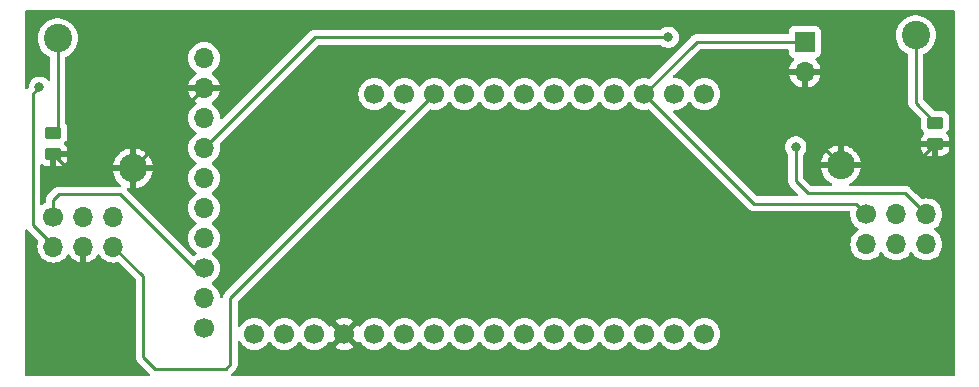
<source format=gbr>
%TF.GenerationSoftware,KiCad,Pcbnew,(7.0.0)*%
%TF.CreationDate,2023-04-06T13:34:31-07:00*%
%TF.ProjectId,Voltage_Sensor_Timer,566f6c74-6167-4655-9f53-656e736f725f,0*%
%TF.SameCoordinates,Original*%
%TF.FileFunction,Copper,L2,Bot*%
%TF.FilePolarity,Positive*%
%FSLAX46Y46*%
G04 Gerber Fmt 4.6, Leading zero omitted, Abs format (unit mm)*
G04 Created by KiCad (PCBNEW (7.0.0)) date 2023-04-06 13:34:31*
%MOMM*%
%LPD*%
G01*
G04 APERTURE LIST*
G04 Aperture macros list*
%AMRoundRect*
0 Rectangle with rounded corners*
0 $1 Rounding radius*
0 $2 $3 $4 $5 $6 $7 $8 $9 X,Y pos of 4 corners*
0 Add a 4 corners polygon primitive as box body*
4,1,4,$2,$3,$4,$5,$6,$7,$8,$9,$2,$3,0*
0 Add four circle primitives for the rounded corners*
1,1,$1+$1,$2,$3*
1,1,$1+$1,$4,$5*
1,1,$1+$1,$6,$7*
1,1,$1+$1,$8,$9*
0 Add four rect primitives between the rounded corners*
20,1,$1+$1,$2,$3,$4,$5,0*
20,1,$1+$1,$4,$5,$6,$7,0*
20,1,$1+$1,$6,$7,$8,$9,0*
20,1,$1+$1,$8,$9,$2,$3,0*%
%AMHorizOval*
0 Thick line with rounded ends*
0 $1 width*
0 $2 $3 position (X,Y) of the first rounded end (center of the circle)*
0 $4 $5 position (X,Y) of the second rounded end (center of the circle)*
0 Add line between two ends*
20,1,$1,$2,$3,$4,$5,0*
0 Add two circle primitives to create the rounded ends*
1,1,$1,$2,$3*
1,1,$1,$4,$5*%
G04 Aperture macros list end*
%TA.AperFunction,ComponentPad*%
%ADD10C,1.700000*%
%TD*%
%TA.AperFunction,ComponentPad*%
%ADD11C,2.400000*%
%TD*%
%TA.AperFunction,ComponentPad*%
%ADD12HorizOval,2.400000X0.000000X0.000000X0.000000X0.000000X0*%
%TD*%
%TA.AperFunction,ComponentPad*%
%ADD13O,1.700000X1.700000*%
%TD*%
%TA.AperFunction,SMDPad,CuDef*%
%ADD14RoundRect,0.250000X-0.450000X0.262500X-0.450000X-0.262500X0.450000X-0.262500X0.450000X0.262500X0*%
%TD*%
%TA.AperFunction,ComponentPad*%
%ADD15HorizOval,2.400000X0.000000X0.000000X0.000000X0.000000X0*%
%TD*%
%TA.AperFunction,ComponentPad*%
%ADD16R,1.700000X1.700000*%
%TD*%
%TA.AperFunction,ViaPad*%
%ADD17C,0.800000*%
%TD*%
%TA.AperFunction,Conductor*%
%ADD18C,0.250000*%
%TD*%
G04 APERTURE END LIST*
D10*
%TO.P,ESP1,0,RESET*%
%TO.N,RESET*%
X132599192Y-106144732D03*
%TO.P,ESP1,1,3.3V*%
%TO.N,3.3V*%
X135139192Y-106144732D03*
%TO.P,ESP1,2,3.3V*%
%TO.N,unconnected-(ESP1-3.3V-Pad2)*%
X137679192Y-106144732D03*
%TO.P,ESP1,3,GND*%
%TO.N,GND*%
X140219192Y-106144732D03*
%TO.P,ESP1,4,A0*%
%TO.N,A0*%
X142759192Y-106144732D03*
%TO.P,ESP1,5,A1*%
%TO.N,A1*%
X145299192Y-106144732D03*
%TO.P,ESP1,6,A2*%
%TO.N,A2*%
X147839192Y-106144732D03*
%TO.P,ESP1,7,A3*%
%TO.N,A3*%
X150379192Y-106144732D03*
%TO.P,ESP1,8,A4*%
%TO.N,A4*%
X152919192Y-106144732D03*
%TO.P,ESP1,9,A5*%
%TO.N,A5*%
X155459192Y-106144732D03*
%TO.P,ESP1,10,SCK*%
%TO.N,SCK*%
X157999192Y-106144732D03*
%TO.P,ESP1,11,MOSI*%
%TO.N,MOSI*%
X160539192Y-106144732D03*
%TO.P,ESP1,12,MISO*%
%TO.N,MISO*%
X163079192Y-106144732D03*
%TO.P,ESP1,13,RX*%
%TO.N,RX*%
X165619192Y-106144732D03*
%TO.P,ESP1,14,TX*%
%TO.N,TX*%
X168159192Y-106144732D03*
%TO.P,ESP1,15,TXD0*%
%TO.N,TXDO*%
X170699192Y-106144732D03*
%TO.P,ESP1,16,VBAT*%
%TO.N,VBAT*%
X142759192Y-85824732D03*
%TO.P,ESP1,17,EN*%
%TO.N,unconnected-(ESP1-EN-Pad17)*%
X145299192Y-85824732D03*
%TO.P,ESP1,18,VBUS*%
%TO.N,VBUS*%
X147839192Y-85824732D03*
%TO.P,ESP1,19,D13*%
%TO.N,unconnected-(ESP1-D13-Pad19)*%
X150379192Y-85824732D03*
%TO.P,ESP1,20,D12*%
%TO.N,unconnected-(ESP1-D12-Pad20)*%
X152919192Y-85824732D03*
%TO.P,ESP1,21,D11*%
%TO.N,unconnected-(ESP1-D11-Pad21)*%
X155459192Y-85824732D03*
%TO.P,ESP1,22,D10*%
%TO.N,D10*%
X157999192Y-85824732D03*
%TO.P,ESP1,23,D9*%
%TO.N,D9*%
X160539192Y-85824732D03*
%TO.P,ESP1,24,D6*%
%TO.N,D6*%
X163079192Y-85824732D03*
%TO.P,ESP1,25,D5*%
%TO.N,D5*%
X165619192Y-85824732D03*
%TO.P,ESP1,26,SCL*%
%TO.N,SCL*%
X168159192Y-85824732D03*
%TO.P,ESP1,27,SDA*%
%TO.N,SDA*%
X170699192Y-85824732D03*
%TD*%
D11*
%TO.P,R2,1*%
%TO.N,AN0*%
X188595000Y-80860739D03*
D12*
%TO.P,R2,2*%
%TO.N,GND*%
X182244999Y-91859261D03*
%TD*%
D10*
%TO.P,J2,1,Pin_1*%
%TO.N,AN3*%
X128342521Y-105641979D03*
D13*
%TO.P,J2,2,Pin_2*%
%TO.N,AN2*%
X128342520Y-103101978D03*
D10*
%TO.P,J2,3,Pin_3*%
%TO.N,AN1*%
X128342521Y-100561979D03*
D13*
%TO.P,J2,4,Pin_4*%
%TO.N,AN0*%
X128342520Y-98021978D03*
%TO.P,J2,5,Pin_5*%
%TO.N,ALRT*%
X128342520Y-95481978D03*
%TO.P,J2,6,Pin_6*%
%TO.N,ADDR*%
X128342520Y-92941978D03*
%TO.P,J2,7,Pin_7*%
%TO.N,SDA*%
X128342520Y-90401978D03*
%TO.P,J2,8,Pin_8*%
%TO.N,SCL*%
X128342520Y-87861978D03*
%TO.P,J2,9,Pin_9*%
%TO.N,GND*%
X128342520Y-85321978D03*
%TO.P,J2,10,Pin_10*%
%TO.N,3.3V*%
X128342520Y-82781978D03*
%TD*%
D14*
%TO.P,R4,1*%
%TO.N,AN2*%
X115570000Y-89107000D03*
%TO.P,R4,2*%
%TO.N,GND*%
X115570000Y-90932000D03*
%TD*%
D10*
%TO.P,J1,1,Pin_1*%
%TO.N,AN1*%
X115585000Y-96204000D03*
D13*
%TO.P,J1,2,Pin_2*%
%TO.N,AN0*%
X115584999Y-98743999D03*
%TO.P,J1,3,Pin_3*%
%TO.N,AN2*%
X118124999Y-96203999D03*
%TO.P,J1,4,Pin_4*%
%TO.N,GND*%
X118124999Y-98743999D03*
%TO.P,J1,5,Pin_5*%
%TO.N,AN3*%
X120664999Y-96203999D03*
%TO.P,J1,6,Pin_6*%
%TO.N,VBUS*%
X120664999Y-98743999D03*
%TD*%
D10*
%TO.P,J4,1,Pin_1*%
%TO.N,D5*%
X184404000Y-96012000D03*
D13*
%TO.P,J4,2,Pin_2*%
%TO.N,A0*%
X184403999Y-98551999D03*
%TO.P,J4,3,Pin_3*%
%TO.N,D6*%
X186943999Y-96011999D03*
%TO.P,J4,4,Pin_4*%
%TO.N,A2*%
X186943999Y-98551999D03*
%TO.P,J4,5,Pin_5*%
%TO.N,D9*%
X189483999Y-96011999D03*
%TO.P,J4,6,Pin_6*%
%TO.N,A1*%
X189483999Y-98551999D03*
%TD*%
D14*
%TO.P,R1,1*%
%TO.N,AN0*%
X190246000Y-88241500D03*
%TO.P,R1,2*%
%TO.N,GND*%
X190246000Y-90066500D03*
%TD*%
D11*
%TO.P,R3,1*%
%TO.N,AN2*%
X115951000Y-81114739D03*
D15*
%TO.P,R3,2*%
%TO.N,GND*%
X122300999Y-92113261D03*
%TD*%
D16*
%TO.P,J3,1,Pin_1*%
%TO.N,D5*%
X179196999Y-81406999D03*
D13*
%TO.P,J3,2,Pin_2*%
%TO.N,GND*%
X179196999Y-83946999D03*
%TD*%
D17*
%TO.N,AN0*%
X114398104Y-85257568D03*
%TO.N,SDA*%
X167640000Y-81026000D03*
%TO.N,D9*%
X178435000Y-90297000D03*
%TD*%
D18*
%TO.N,GND*%
X125222000Y-88442500D02*
X128342521Y-85321979D01*
X115570000Y-90932000D02*
X116751262Y-92113262D01*
X121958262Y-92456000D02*
X122301000Y-92113262D01*
X125222000Y-89192262D02*
X125222000Y-88442500D01*
X116751262Y-92113262D02*
X122301000Y-92113262D01*
X179197000Y-88811262D02*
X182245000Y-91859262D01*
X122301000Y-92113262D02*
X125222000Y-89192262D01*
X190246000Y-90066500D02*
X188453238Y-91859262D01*
X188453238Y-91859262D02*
X182245000Y-91859262D01*
X179197000Y-83947000D02*
X179197000Y-88811262D01*
%TO.N,VBUS*%
X123190000Y-108077000D02*
X123190000Y-101269000D01*
X124206000Y-109093000D02*
X123190000Y-108077000D01*
X123190000Y-101269000D02*
X120665000Y-98744000D01*
X130556000Y-108712000D02*
X130175000Y-109093000D01*
X130556000Y-103107924D02*
X130556000Y-108712000D01*
X130175000Y-109093000D02*
X124206000Y-109093000D01*
X147839192Y-85824732D02*
X130556000Y-103107924D01*
%TO.N,AN2*%
X115951000Y-88726000D02*
X115570000Y-89107000D01*
X115951000Y-81114739D02*
X115951000Y-88726000D01*
%TO.N,AN1*%
X115545256Y-96058029D02*
X115545256Y-94801765D01*
X127509690Y-100561979D02*
X128342521Y-100561979D01*
X121261498Y-94313787D02*
X127509690Y-100561979D01*
X115545256Y-94801765D02*
X116033234Y-94313787D01*
X116033234Y-94313787D02*
X121261498Y-94313787D01*
%TO.N,AN0*%
X188595000Y-86590500D02*
X190246000Y-88241500D01*
X114398104Y-85257568D02*
X113841958Y-85813714D01*
X188595000Y-80860739D02*
X188595000Y-86590500D01*
X113841958Y-85813714D02*
X113841958Y-96895633D01*
X113841958Y-96895633D02*
X115544354Y-98598029D01*
X115544354Y-98598029D02*
X115545256Y-98598029D01*
%TO.N,SDA*%
X137718500Y-81026000D02*
X128342521Y-90401979D01*
X167640000Y-81026000D02*
X137718500Y-81026000D01*
%TO.N,D5*%
X170036924Y-81407000D02*
X165619192Y-85824732D01*
X174917460Y-95123000D02*
X183515000Y-95123000D01*
X183515000Y-95123000D02*
X184404000Y-96012000D01*
X165619192Y-85824732D02*
X174917460Y-95123000D01*
X179197000Y-81407000D02*
X170036924Y-81407000D01*
%TO.N,D9*%
X178435000Y-90297000D02*
X178435000Y-93218000D01*
X178435000Y-93218000D02*
X179451000Y-94234000D01*
X179451000Y-94234000D02*
X187706000Y-94234000D01*
X187706000Y-94234000D02*
X189484000Y-96012000D01*
%TD*%
%TA.AperFunction,Conductor*%
%TO.N,GND*%
G36*
X191836718Y-78756666D02*
G01*
X191882105Y-78802053D01*
X191898718Y-78864053D01*
X191898718Y-109603500D01*
X191882105Y-109665500D01*
X191836718Y-109710887D01*
X191774718Y-109727500D01*
X130725405Y-109727500D01*
X130658964Y-109708198D01*
X130613208Y-109656301D01*
X130602382Y-109587966D01*
X130629855Y-109524467D01*
X130634431Y-109518935D01*
X130642279Y-109510310D01*
X130943314Y-109209274D01*
X130951480Y-109201844D01*
X130957877Y-109197786D01*
X131003918Y-109148756D01*
X131006535Y-109146054D01*
X131026120Y-109126471D01*
X131028585Y-109123292D01*
X131036167Y-109114416D01*
X131066062Y-109082582D01*
X131075713Y-109065023D01*
X131086390Y-109048770D01*
X131098673Y-109032936D01*
X131116018Y-108992852D01*
X131121151Y-108982371D01*
X131142197Y-108944092D01*
X131147179Y-108924684D01*
X131153482Y-108906276D01*
X131161437Y-108887896D01*
X131168271Y-108844744D01*
X131170633Y-108833338D01*
X131181500Y-108791019D01*
X131181500Y-108770983D01*
X131183027Y-108751585D01*
X131184939Y-108739513D01*
X131184938Y-108739513D01*
X131186160Y-108731804D01*
X131182050Y-108688324D01*
X131181500Y-108676655D01*
X131181500Y-106859366D01*
X131199211Y-106795501D01*
X131247285Y-106749881D01*
X131311989Y-106735536D01*
X131374839Y-106756565D01*
X131417882Y-106806961D01*
X131422103Y-106816014D01*
X131425157Y-106822562D01*
X131428256Y-106826989D01*
X131428258Y-106826991D01*
X131557591Y-107011698D01*
X131557594Y-107011702D01*
X131560697Y-107016133D01*
X131727791Y-107183227D01*
X131732223Y-107186330D01*
X131732225Y-107186332D01*
X131876452Y-107287321D01*
X131921362Y-107318767D01*
X132135529Y-107418635D01*
X132363784Y-107479795D01*
X132599192Y-107500391D01*
X132834600Y-107479795D01*
X133062855Y-107418635D01*
X133277022Y-107318767D01*
X133470593Y-107183227D01*
X133637687Y-107016133D01*
X133767616Y-106830574D01*
X133811935Y-106791708D01*
X133869192Y-106777697D01*
X133926449Y-106791708D01*
X133970767Y-106830574D01*
X134097587Y-107011693D01*
X134097593Y-107011700D01*
X134100697Y-107016133D01*
X134267791Y-107183227D01*
X134272223Y-107186330D01*
X134272225Y-107186332D01*
X134416452Y-107287321D01*
X134461362Y-107318767D01*
X134675529Y-107418635D01*
X134903784Y-107479795D01*
X135139192Y-107500391D01*
X135374600Y-107479795D01*
X135602855Y-107418635D01*
X135817022Y-107318767D01*
X136010593Y-107183227D01*
X136177687Y-107016133D01*
X136307616Y-106830574D01*
X136351935Y-106791708D01*
X136409192Y-106777697D01*
X136466449Y-106791708D01*
X136510767Y-106830574D01*
X136637587Y-107011693D01*
X136637593Y-107011700D01*
X136640697Y-107016133D01*
X136807791Y-107183227D01*
X136812223Y-107186330D01*
X136812225Y-107186332D01*
X136956452Y-107287321D01*
X137001362Y-107318767D01*
X137215529Y-107418635D01*
X137443784Y-107479795D01*
X137679192Y-107500391D01*
X137914600Y-107479795D01*
X138142855Y-107418635D01*
X138357022Y-107318767D01*
X138441898Y-107259336D01*
X139461508Y-107259336D01*
X139468939Y-107267445D01*
X139537183Y-107315230D01*
X139546515Y-107320618D01*
X139750794Y-107415875D01*
X139760928Y-107419563D01*
X139978638Y-107477898D01*
X139989269Y-107479773D01*
X140213797Y-107499417D01*
X140224587Y-107499417D01*
X140449114Y-107479773D01*
X140459745Y-107477898D01*
X140677455Y-107419563D01*
X140687589Y-107415875D01*
X140891863Y-107320620D01*
X140901208Y-107315224D01*
X140969440Y-107267447D01*
X140976873Y-107259335D01*
X140970960Y-107250053D01*
X140230734Y-106509827D01*
X140219192Y-106503163D01*
X140207649Y-106509827D01*
X139467422Y-107250053D01*
X139461508Y-107259336D01*
X138441898Y-107259336D01*
X138550593Y-107183227D01*
X138717687Y-107016133D01*
X138847922Y-106830137D01*
X138892240Y-106791272D01*
X138949497Y-106777261D01*
X139006754Y-106791271D01*
X139051072Y-106830137D01*
X139096478Y-106894983D01*
X139104587Y-106902414D01*
X139113866Y-106896503D01*
X139854096Y-106156274D01*
X139860760Y-106144732D01*
X140577623Y-106144732D01*
X140584287Y-106156274D01*
X141324513Y-106896500D01*
X141333795Y-106902413D01*
X141341907Y-106894980D01*
X141387312Y-106830137D01*
X141431630Y-106791271D01*
X141488886Y-106777261D01*
X141546143Y-106791272D01*
X141590461Y-106830137D01*
X141717591Y-107011698D01*
X141717594Y-107011702D01*
X141720697Y-107016133D01*
X141887791Y-107183227D01*
X141892223Y-107186330D01*
X141892225Y-107186332D01*
X142036452Y-107287321D01*
X142081362Y-107318767D01*
X142295529Y-107418635D01*
X142523784Y-107479795D01*
X142759192Y-107500391D01*
X142994600Y-107479795D01*
X143222855Y-107418635D01*
X143437022Y-107318767D01*
X143630593Y-107183227D01*
X143797687Y-107016133D01*
X143927616Y-106830574D01*
X143971935Y-106791708D01*
X144029192Y-106777697D01*
X144086449Y-106791708D01*
X144130767Y-106830574D01*
X144257587Y-107011693D01*
X144257593Y-107011700D01*
X144260697Y-107016133D01*
X144427791Y-107183227D01*
X144432223Y-107186330D01*
X144432225Y-107186332D01*
X144576452Y-107287321D01*
X144621362Y-107318767D01*
X144835529Y-107418635D01*
X145063784Y-107479795D01*
X145299192Y-107500391D01*
X145534600Y-107479795D01*
X145762855Y-107418635D01*
X145977022Y-107318767D01*
X146170593Y-107183227D01*
X146337687Y-107016133D01*
X146467616Y-106830574D01*
X146511935Y-106791708D01*
X146569192Y-106777697D01*
X146626449Y-106791708D01*
X146670767Y-106830574D01*
X146797587Y-107011693D01*
X146797593Y-107011700D01*
X146800697Y-107016133D01*
X146967791Y-107183227D01*
X146972223Y-107186330D01*
X146972225Y-107186332D01*
X147116452Y-107287321D01*
X147161362Y-107318767D01*
X147375529Y-107418635D01*
X147603784Y-107479795D01*
X147839192Y-107500391D01*
X148074600Y-107479795D01*
X148302855Y-107418635D01*
X148517022Y-107318767D01*
X148710593Y-107183227D01*
X148877687Y-107016133D01*
X149007616Y-106830574D01*
X149051935Y-106791708D01*
X149109192Y-106777697D01*
X149166449Y-106791708D01*
X149210767Y-106830574D01*
X149337587Y-107011693D01*
X149337593Y-107011700D01*
X149340697Y-107016133D01*
X149507791Y-107183227D01*
X149512223Y-107186330D01*
X149512225Y-107186332D01*
X149656452Y-107287321D01*
X149701362Y-107318767D01*
X149915529Y-107418635D01*
X150143784Y-107479795D01*
X150379192Y-107500391D01*
X150614600Y-107479795D01*
X150842855Y-107418635D01*
X151057022Y-107318767D01*
X151250593Y-107183227D01*
X151417687Y-107016133D01*
X151547616Y-106830574D01*
X151591935Y-106791708D01*
X151649192Y-106777697D01*
X151706449Y-106791708D01*
X151750767Y-106830574D01*
X151877587Y-107011693D01*
X151877593Y-107011700D01*
X151880697Y-107016133D01*
X152047791Y-107183227D01*
X152052223Y-107186330D01*
X152052225Y-107186332D01*
X152196452Y-107287321D01*
X152241362Y-107318767D01*
X152455529Y-107418635D01*
X152683784Y-107479795D01*
X152919192Y-107500391D01*
X153154600Y-107479795D01*
X153382855Y-107418635D01*
X153597022Y-107318767D01*
X153790593Y-107183227D01*
X153957687Y-107016133D01*
X154087616Y-106830574D01*
X154131935Y-106791708D01*
X154189192Y-106777697D01*
X154246449Y-106791708D01*
X154290767Y-106830574D01*
X154417587Y-107011693D01*
X154417593Y-107011700D01*
X154420697Y-107016133D01*
X154587791Y-107183227D01*
X154592223Y-107186330D01*
X154592225Y-107186332D01*
X154736452Y-107287321D01*
X154781362Y-107318767D01*
X154995529Y-107418635D01*
X155223784Y-107479795D01*
X155459192Y-107500391D01*
X155694600Y-107479795D01*
X155922855Y-107418635D01*
X156137022Y-107318767D01*
X156330593Y-107183227D01*
X156497687Y-107016133D01*
X156627616Y-106830574D01*
X156671935Y-106791708D01*
X156729192Y-106777697D01*
X156786449Y-106791708D01*
X156830767Y-106830574D01*
X156957587Y-107011693D01*
X156957593Y-107011700D01*
X156960697Y-107016133D01*
X157127791Y-107183227D01*
X157132223Y-107186330D01*
X157132225Y-107186332D01*
X157276452Y-107287321D01*
X157321362Y-107318767D01*
X157535529Y-107418635D01*
X157763784Y-107479795D01*
X157999192Y-107500391D01*
X158234600Y-107479795D01*
X158462855Y-107418635D01*
X158677022Y-107318767D01*
X158870593Y-107183227D01*
X159037687Y-107016133D01*
X159167616Y-106830574D01*
X159211935Y-106791708D01*
X159269192Y-106777697D01*
X159326449Y-106791708D01*
X159370767Y-106830574D01*
X159497587Y-107011693D01*
X159497593Y-107011700D01*
X159500697Y-107016133D01*
X159667791Y-107183227D01*
X159672223Y-107186330D01*
X159672225Y-107186332D01*
X159816452Y-107287321D01*
X159861362Y-107318767D01*
X160075529Y-107418635D01*
X160303784Y-107479795D01*
X160539192Y-107500391D01*
X160774600Y-107479795D01*
X161002855Y-107418635D01*
X161217022Y-107318767D01*
X161410593Y-107183227D01*
X161577687Y-107016133D01*
X161707616Y-106830574D01*
X161751935Y-106791708D01*
X161809192Y-106777697D01*
X161866449Y-106791708D01*
X161910767Y-106830574D01*
X162037587Y-107011693D01*
X162037593Y-107011700D01*
X162040697Y-107016133D01*
X162207791Y-107183227D01*
X162212223Y-107186330D01*
X162212225Y-107186332D01*
X162356452Y-107287321D01*
X162401362Y-107318767D01*
X162615529Y-107418635D01*
X162843784Y-107479795D01*
X163079192Y-107500391D01*
X163314600Y-107479795D01*
X163542855Y-107418635D01*
X163757022Y-107318767D01*
X163950593Y-107183227D01*
X164117687Y-107016133D01*
X164247616Y-106830574D01*
X164291935Y-106791708D01*
X164349192Y-106777697D01*
X164406449Y-106791708D01*
X164450767Y-106830574D01*
X164577587Y-107011693D01*
X164577593Y-107011700D01*
X164580697Y-107016133D01*
X164747791Y-107183227D01*
X164752223Y-107186330D01*
X164752225Y-107186332D01*
X164896452Y-107287321D01*
X164941362Y-107318767D01*
X165155529Y-107418635D01*
X165383784Y-107479795D01*
X165619192Y-107500391D01*
X165854600Y-107479795D01*
X166082855Y-107418635D01*
X166297022Y-107318767D01*
X166490593Y-107183227D01*
X166657687Y-107016133D01*
X166787616Y-106830574D01*
X166831935Y-106791708D01*
X166889192Y-106777697D01*
X166946449Y-106791708D01*
X166990767Y-106830574D01*
X167117587Y-107011693D01*
X167117593Y-107011700D01*
X167120697Y-107016133D01*
X167287791Y-107183227D01*
X167292223Y-107186330D01*
X167292225Y-107186332D01*
X167436452Y-107287321D01*
X167481362Y-107318767D01*
X167695529Y-107418635D01*
X167923784Y-107479795D01*
X168159192Y-107500391D01*
X168394600Y-107479795D01*
X168622855Y-107418635D01*
X168837022Y-107318767D01*
X169030593Y-107183227D01*
X169197687Y-107016133D01*
X169327616Y-106830574D01*
X169371935Y-106791708D01*
X169429192Y-106777697D01*
X169486449Y-106791708D01*
X169530767Y-106830574D01*
X169657587Y-107011693D01*
X169657593Y-107011700D01*
X169660697Y-107016133D01*
X169827791Y-107183227D01*
X169832223Y-107186330D01*
X169832225Y-107186332D01*
X169976452Y-107287321D01*
X170021362Y-107318767D01*
X170235529Y-107418635D01*
X170463784Y-107479795D01*
X170699192Y-107500391D01*
X170934600Y-107479795D01*
X171162855Y-107418635D01*
X171377022Y-107318767D01*
X171570593Y-107183227D01*
X171737687Y-107016133D01*
X171873227Y-106822562D01*
X171973095Y-106608395D01*
X172034255Y-106380140D01*
X172054851Y-106144732D01*
X172034255Y-105909324D01*
X171973095Y-105681069D01*
X171873227Y-105466903D01*
X171737687Y-105273331D01*
X171570593Y-105106237D01*
X171566162Y-105103134D01*
X171566158Y-105103131D01*
X171381451Y-104973798D01*
X171381449Y-104973796D01*
X171377022Y-104970697D01*
X171372125Y-104968413D01*
X171372119Y-104968410D01*
X171167764Y-104873118D01*
X171167762Y-104873117D01*
X171162855Y-104870829D01*
X171157630Y-104869429D01*
X171157622Y-104869426D01*
X170939826Y-104811069D01*
X170939822Y-104811068D01*
X170934600Y-104809669D01*
X170929212Y-104809197D01*
X170929209Y-104809197D01*
X170704587Y-104789545D01*
X170699192Y-104789073D01*
X170693797Y-104789545D01*
X170469174Y-104809197D01*
X170469169Y-104809197D01*
X170463784Y-104809669D01*
X170458563Y-104811067D01*
X170458557Y-104811069D01*
X170240761Y-104869426D01*
X170240749Y-104869430D01*
X170235529Y-104870829D01*
X170230624Y-104873115D01*
X170230619Y-104873118D01*
X170026273Y-104968407D01*
X170026269Y-104968409D01*
X170021363Y-104970697D01*
X170016930Y-104973800D01*
X170016923Y-104973805D01*
X169832226Y-105103131D01*
X169832221Y-105103134D01*
X169827791Y-105106237D01*
X169823967Y-105110060D01*
X169823961Y-105110066D01*
X169664526Y-105269501D01*
X169664520Y-105269507D01*
X169660697Y-105273331D01*
X169657594Y-105277761D01*
X169657591Y-105277766D01*
X169530767Y-105458891D01*
X169486449Y-105497757D01*
X169429192Y-105511768D01*
X169371935Y-105497757D01*
X169327617Y-105458891D01*
X169200792Y-105277766D01*
X169197687Y-105273331D01*
X169030593Y-105106237D01*
X169026162Y-105103134D01*
X169026158Y-105103131D01*
X168841451Y-104973798D01*
X168841449Y-104973796D01*
X168837022Y-104970697D01*
X168832125Y-104968413D01*
X168832119Y-104968410D01*
X168627764Y-104873118D01*
X168627762Y-104873117D01*
X168622855Y-104870829D01*
X168617630Y-104869429D01*
X168617622Y-104869426D01*
X168399826Y-104811069D01*
X168399822Y-104811068D01*
X168394600Y-104809669D01*
X168389212Y-104809197D01*
X168389209Y-104809197D01*
X168164587Y-104789545D01*
X168159192Y-104789073D01*
X168153797Y-104789545D01*
X167929174Y-104809197D01*
X167929169Y-104809197D01*
X167923784Y-104809669D01*
X167918563Y-104811067D01*
X167918557Y-104811069D01*
X167700761Y-104869426D01*
X167700749Y-104869430D01*
X167695529Y-104870829D01*
X167690624Y-104873115D01*
X167690619Y-104873118D01*
X167486273Y-104968407D01*
X167486269Y-104968409D01*
X167481363Y-104970697D01*
X167476930Y-104973800D01*
X167476923Y-104973805D01*
X167292226Y-105103131D01*
X167292221Y-105103134D01*
X167287791Y-105106237D01*
X167283967Y-105110060D01*
X167283961Y-105110066D01*
X167124526Y-105269501D01*
X167124520Y-105269507D01*
X167120697Y-105273331D01*
X167117594Y-105277761D01*
X167117591Y-105277766D01*
X166990767Y-105458891D01*
X166946449Y-105497757D01*
X166889192Y-105511768D01*
X166831935Y-105497757D01*
X166787617Y-105458891D01*
X166660792Y-105277766D01*
X166657687Y-105273331D01*
X166490593Y-105106237D01*
X166486162Y-105103134D01*
X166486158Y-105103131D01*
X166301451Y-104973798D01*
X166301449Y-104973796D01*
X166297022Y-104970697D01*
X166292125Y-104968413D01*
X166292119Y-104968410D01*
X166087764Y-104873118D01*
X166087762Y-104873117D01*
X166082855Y-104870829D01*
X166077630Y-104869429D01*
X166077622Y-104869426D01*
X165859826Y-104811069D01*
X165859822Y-104811068D01*
X165854600Y-104809669D01*
X165849212Y-104809197D01*
X165849209Y-104809197D01*
X165624587Y-104789545D01*
X165619192Y-104789073D01*
X165613797Y-104789545D01*
X165389174Y-104809197D01*
X165389169Y-104809197D01*
X165383784Y-104809669D01*
X165378563Y-104811067D01*
X165378557Y-104811069D01*
X165160761Y-104869426D01*
X165160749Y-104869430D01*
X165155529Y-104870829D01*
X165150624Y-104873115D01*
X165150619Y-104873118D01*
X164946273Y-104968407D01*
X164946269Y-104968409D01*
X164941363Y-104970697D01*
X164936930Y-104973800D01*
X164936923Y-104973805D01*
X164752226Y-105103131D01*
X164752221Y-105103134D01*
X164747791Y-105106237D01*
X164743967Y-105110060D01*
X164743961Y-105110066D01*
X164584526Y-105269501D01*
X164584520Y-105269507D01*
X164580697Y-105273331D01*
X164577594Y-105277761D01*
X164577591Y-105277766D01*
X164450767Y-105458891D01*
X164406449Y-105497757D01*
X164349192Y-105511768D01*
X164291935Y-105497757D01*
X164247617Y-105458891D01*
X164120792Y-105277766D01*
X164117687Y-105273331D01*
X163950593Y-105106237D01*
X163946162Y-105103134D01*
X163946158Y-105103131D01*
X163761451Y-104973798D01*
X163761449Y-104973796D01*
X163757022Y-104970697D01*
X163752125Y-104968413D01*
X163752119Y-104968410D01*
X163547764Y-104873118D01*
X163547762Y-104873117D01*
X163542855Y-104870829D01*
X163537630Y-104869429D01*
X163537622Y-104869426D01*
X163319826Y-104811069D01*
X163319822Y-104811068D01*
X163314600Y-104809669D01*
X163309212Y-104809197D01*
X163309209Y-104809197D01*
X163084587Y-104789545D01*
X163079192Y-104789073D01*
X163073797Y-104789545D01*
X162849174Y-104809197D01*
X162849169Y-104809197D01*
X162843784Y-104809669D01*
X162838563Y-104811067D01*
X162838557Y-104811069D01*
X162620761Y-104869426D01*
X162620749Y-104869430D01*
X162615529Y-104870829D01*
X162610624Y-104873115D01*
X162610619Y-104873118D01*
X162406273Y-104968407D01*
X162406269Y-104968409D01*
X162401363Y-104970697D01*
X162396930Y-104973800D01*
X162396923Y-104973805D01*
X162212226Y-105103131D01*
X162212221Y-105103134D01*
X162207791Y-105106237D01*
X162203967Y-105110060D01*
X162203961Y-105110066D01*
X162044526Y-105269501D01*
X162044520Y-105269507D01*
X162040697Y-105273331D01*
X162037594Y-105277761D01*
X162037591Y-105277766D01*
X161910767Y-105458891D01*
X161866449Y-105497757D01*
X161809192Y-105511768D01*
X161751935Y-105497757D01*
X161707617Y-105458891D01*
X161580792Y-105277766D01*
X161577687Y-105273331D01*
X161410593Y-105106237D01*
X161406162Y-105103134D01*
X161406158Y-105103131D01*
X161221451Y-104973798D01*
X161221449Y-104973796D01*
X161217022Y-104970697D01*
X161212125Y-104968413D01*
X161212119Y-104968410D01*
X161007764Y-104873118D01*
X161007762Y-104873117D01*
X161002855Y-104870829D01*
X160997630Y-104869429D01*
X160997622Y-104869426D01*
X160779826Y-104811069D01*
X160779822Y-104811068D01*
X160774600Y-104809669D01*
X160769212Y-104809197D01*
X160769209Y-104809197D01*
X160544587Y-104789545D01*
X160539192Y-104789073D01*
X160533797Y-104789545D01*
X160309174Y-104809197D01*
X160309169Y-104809197D01*
X160303784Y-104809669D01*
X160298563Y-104811067D01*
X160298557Y-104811069D01*
X160080761Y-104869426D01*
X160080749Y-104869430D01*
X160075529Y-104870829D01*
X160070624Y-104873115D01*
X160070619Y-104873118D01*
X159866273Y-104968407D01*
X159866269Y-104968409D01*
X159861363Y-104970697D01*
X159856930Y-104973800D01*
X159856923Y-104973805D01*
X159672226Y-105103131D01*
X159672221Y-105103134D01*
X159667791Y-105106237D01*
X159663967Y-105110060D01*
X159663961Y-105110066D01*
X159504526Y-105269501D01*
X159504520Y-105269507D01*
X159500697Y-105273331D01*
X159497594Y-105277761D01*
X159497591Y-105277766D01*
X159370767Y-105458891D01*
X159326449Y-105497757D01*
X159269192Y-105511768D01*
X159211935Y-105497757D01*
X159167617Y-105458891D01*
X159040792Y-105277766D01*
X159037687Y-105273331D01*
X158870593Y-105106237D01*
X158866162Y-105103134D01*
X158866158Y-105103131D01*
X158681451Y-104973798D01*
X158681449Y-104973796D01*
X158677022Y-104970697D01*
X158672125Y-104968413D01*
X158672119Y-104968410D01*
X158467764Y-104873118D01*
X158467762Y-104873117D01*
X158462855Y-104870829D01*
X158457630Y-104869429D01*
X158457622Y-104869426D01*
X158239826Y-104811069D01*
X158239822Y-104811068D01*
X158234600Y-104809669D01*
X158229212Y-104809197D01*
X158229209Y-104809197D01*
X158004587Y-104789545D01*
X157999192Y-104789073D01*
X157993797Y-104789545D01*
X157769174Y-104809197D01*
X157769169Y-104809197D01*
X157763784Y-104809669D01*
X157758563Y-104811067D01*
X157758557Y-104811069D01*
X157540761Y-104869426D01*
X157540749Y-104869430D01*
X157535529Y-104870829D01*
X157530624Y-104873115D01*
X157530619Y-104873118D01*
X157326273Y-104968407D01*
X157326269Y-104968409D01*
X157321363Y-104970697D01*
X157316930Y-104973800D01*
X157316923Y-104973805D01*
X157132226Y-105103131D01*
X157132221Y-105103134D01*
X157127791Y-105106237D01*
X157123967Y-105110060D01*
X157123961Y-105110066D01*
X156964526Y-105269501D01*
X156964520Y-105269507D01*
X156960697Y-105273331D01*
X156957594Y-105277761D01*
X156957591Y-105277766D01*
X156830767Y-105458891D01*
X156786449Y-105497757D01*
X156729192Y-105511768D01*
X156671935Y-105497757D01*
X156627617Y-105458891D01*
X156500792Y-105277766D01*
X156497687Y-105273331D01*
X156330593Y-105106237D01*
X156326162Y-105103134D01*
X156326158Y-105103131D01*
X156141451Y-104973798D01*
X156141449Y-104973796D01*
X156137022Y-104970697D01*
X156132125Y-104968413D01*
X156132119Y-104968410D01*
X155927764Y-104873118D01*
X155927762Y-104873117D01*
X155922855Y-104870829D01*
X155917630Y-104869429D01*
X155917622Y-104869426D01*
X155699826Y-104811069D01*
X155699822Y-104811068D01*
X155694600Y-104809669D01*
X155689212Y-104809197D01*
X155689209Y-104809197D01*
X155464587Y-104789545D01*
X155459192Y-104789073D01*
X155453797Y-104789545D01*
X155229174Y-104809197D01*
X155229169Y-104809197D01*
X155223784Y-104809669D01*
X155218563Y-104811067D01*
X155218557Y-104811069D01*
X155000761Y-104869426D01*
X155000749Y-104869430D01*
X154995529Y-104870829D01*
X154990624Y-104873115D01*
X154990619Y-104873118D01*
X154786273Y-104968407D01*
X154786269Y-104968409D01*
X154781363Y-104970697D01*
X154776930Y-104973800D01*
X154776923Y-104973805D01*
X154592226Y-105103131D01*
X154592221Y-105103134D01*
X154587791Y-105106237D01*
X154583967Y-105110060D01*
X154583961Y-105110066D01*
X154424526Y-105269501D01*
X154424520Y-105269507D01*
X154420697Y-105273331D01*
X154417594Y-105277761D01*
X154417591Y-105277766D01*
X154290767Y-105458891D01*
X154246449Y-105497757D01*
X154189192Y-105511768D01*
X154131935Y-105497757D01*
X154087617Y-105458891D01*
X153960792Y-105277766D01*
X153957687Y-105273331D01*
X153790593Y-105106237D01*
X153786162Y-105103134D01*
X153786158Y-105103131D01*
X153601451Y-104973798D01*
X153601449Y-104973796D01*
X153597022Y-104970697D01*
X153592125Y-104968413D01*
X153592119Y-104968410D01*
X153387764Y-104873118D01*
X153387762Y-104873117D01*
X153382855Y-104870829D01*
X153377630Y-104869429D01*
X153377622Y-104869426D01*
X153159826Y-104811069D01*
X153159822Y-104811068D01*
X153154600Y-104809669D01*
X153149212Y-104809197D01*
X153149209Y-104809197D01*
X152924587Y-104789545D01*
X152919192Y-104789073D01*
X152913797Y-104789545D01*
X152689174Y-104809197D01*
X152689169Y-104809197D01*
X152683784Y-104809669D01*
X152678563Y-104811067D01*
X152678557Y-104811069D01*
X152460761Y-104869426D01*
X152460749Y-104869430D01*
X152455529Y-104870829D01*
X152450624Y-104873115D01*
X152450619Y-104873118D01*
X152246273Y-104968407D01*
X152246269Y-104968409D01*
X152241363Y-104970697D01*
X152236930Y-104973800D01*
X152236923Y-104973805D01*
X152052226Y-105103131D01*
X152052221Y-105103134D01*
X152047791Y-105106237D01*
X152043967Y-105110060D01*
X152043961Y-105110066D01*
X151884526Y-105269501D01*
X151884520Y-105269507D01*
X151880697Y-105273331D01*
X151877594Y-105277761D01*
X151877591Y-105277766D01*
X151750767Y-105458891D01*
X151706449Y-105497757D01*
X151649192Y-105511768D01*
X151591935Y-105497757D01*
X151547617Y-105458891D01*
X151420792Y-105277766D01*
X151417687Y-105273331D01*
X151250593Y-105106237D01*
X151246162Y-105103134D01*
X151246158Y-105103131D01*
X151061451Y-104973798D01*
X151061449Y-104973796D01*
X151057022Y-104970697D01*
X151052125Y-104968413D01*
X151052119Y-104968410D01*
X150847764Y-104873118D01*
X150847762Y-104873117D01*
X150842855Y-104870829D01*
X150837630Y-104869429D01*
X150837622Y-104869426D01*
X150619826Y-104811069D01*
X150619822Y-104811068D01*
X150614600Y-104809669D01*
X150609212Y-104809197D01*
X150609209Y-104809197D01*
X150384587Y-104789545D01*
X150379192Y-104789073D01*
X150373797Y-104789545D01*
X150149174Y-104809197D01*
X150149169Y-104809197D01*
X150143784Y-104809669D01*
X150138563Y-104811067D01*
X150138557Y-104811069D01*
X149920761Y-104869426D01*
X149920749Y-104869430D01*
X149915529Y-104870829D01*
X149910624Y-104873115D01*
X149910619Y-104873118D01*
X149706273Y-104968407D01*
X149706269Y-104968409D01*
X149701363Y-104970697D01*
X149696930Y-104973800D01*
X149696923Y-104973805D01*
X149512226Y-105103131D01*
X149512221Y-105103134D01*
X149507791Y-105106237D01*
X149503967Y-105110060D01*
X149503961Y-105110066D01*
X149344526Y-105269501D01*
X149344520Y-105269507D01*
X149340697Y-105273331D01*
X149337594Y-105277761D01*
X149337591Y-105277766D01*
X149210767Y-105458891D01*
X149166449Y-105497757D01*
X149109192Y-105511768D01*
X149051935Y-105497757D01*
X149007617Y-105458891D01*
X148880792Y-105277766D01*
X148877687Y-105273331D01*
X148710593Y-105106237D01*
X148706162Y-105103134D01*
X148706158Y-105103131D01*
X148521451Y-104973798D01*
X148521449Y-104973796D01*
X148517022Y-104970697D01*
X148512125Y-104968413D01*
X148512119Y-104968410D01*
X148307764Y-104873118D01*
X148307762Y-104873117D01*
X148302855Y-104870829D01*
X148297630Y-104869429D01*
X148297622Y-104869426D01*
X148079826Y-104811069D01*
X148079822Y-104811068D01*
X148074600Y-104809669D01*
X148069212Y-104809197D01*
X148069209Y-104809197D01*
X147844587Y-104789545D01*
X147839192Y-104789073D01*
X147833797Y-104789545D01*
X147609174Y-104809197D01*
X147609169Y-104809197D01*
X147603784Y-104809669D01*
X147598563Y-104811067D01*
X147598557Y-104811069D01*
X147380761Y-104869426D01*
X147380749Y-104869430D01*
X147375529Y-104870829D01*
X147370624Y-104873115D01*
X147370619Y-104873118D01*
X147166273Y-104968407D01*
X147166269Y-104968409D01*
X147161363Y-104970697D01*
X147156930Y-104973800D01*
X147156923Y-104973805D01*
X146972226Y-105103131D01*
X146972221Y-105103134D01*
X146967791Y-105106237D01*
X146963967Y-105110060D01*
X146963961Y-105110066D01*
X146804526Y-105269501D01*
X146804520Y-105269507D01*
X146800697Y-105273331D01*
X146797594Y-105277761D01*
X146797591Y-105277766D01*
X146670767Y-105458891D01*
X146626449Y-105497757D01*
X146569192Y-105511768D01*
X146511935Y-105497757D01*
X146467617Y-105458891D01*
X146340792Y-105277766D01*
X146337687Y-105273331D01*
X146170593Y-105106237D01*
X146166162Y-105103134D01*
X146166158Y-105103131D01*
X145981451Y-104973798D01*
X145981449Y-104973796D01*
X145977022Y-104970697D01*
X145972125Y-104968413D01*
X145972119Y-104968410D01*
X145767764Y-104873118D01*
X145767762Y-104873117D01*
X145762855Y-104870829D01*
X145757630Y-104869429D01*
X145757622Y-104869426D01*
X145539826Y-104811069D01*
X145539822Y-104811068D01*
X145534600Y-104809669D01*
X145529212Y-104809197D01*
X145529209Y-104809197D01*
X145304587Y-104789545D01*
X145299192Y-104789073D01*
X145293797Y-104789545D01*
X145069174Y-104809197D01*
X145069169Y-104809197D01*
X145063784Y-104809669D01*
X145058563Y-104811067D01*
X145058557Y-104811069D01*
X144840761Y-104869426D01*
X144840749Y-104869430D01*
X144835529Y-104870829D01*
X144830624Y-104873115D01*
X144830619Y-104873118D01*
X144626273Y-104968407D01*
X144626269Y-104968409D01*
X144621363Y-104970697D01*
X144616930Y-104973800D01*
X144616923Y-104973805D01*
X144432226Y-105103131D01*
X144432221Y-105103134D01*
X144427791Y-105106237D01*
X144423967Y-105110060D01*
X144423961Y-105110066D01*
X144264526Y-105269501D01*
X144264520Y-105269507D01*
X144260697Y-105273331D01*
X144257594Y-105277761D01*
X144257591Y-105277766D01*
X144130767Y-105458891D01*
X144086449Y-105497757D01*
X144029192Y-105511768D01*
X143971935Y-105497757D01*
X143927617Y-105458891D01*
X143800792Y-105277766D01*
X143797687Y-105273331D01*
X143630593Y-105106237D01*
X143626162Y-105103134D01*
X143626158Y-105103131D01*
X143441451Y-104973798D01*
X143441449Y-104973796D01*
X143437022Y-104970697D01*
X143432125Y-104968413D01*
X143432119Y-104968410D01*
X143227764Y-104873118D01*
X143227762Y-104873117D01*
X143222855Y-104870829D01*
X143217630Y-104869429D01*
X143217622Y-104869426D01*
X142999826Y-104811069D01*
X142999822Y-104811068D01*
X142994600Y-104809669D01*
X142989212Y-104809197D01*
X142989209Y-104809197D01*
X142764587Y-104789545D01*
X142759192Y-104789073D01*
X142753797Y-104789545D01*
X142529174Y-104809197D01*
X142529169Y-104809197D01*
X142523784Y-104809669D01*
X142518563Y-104811067D01*
X142518557Y-104811069D01*
X142300761Y-104869426D01*
X142300749Y-104869430D01*
X142295529Y-104870829D01*
X142290624Y-104873115D01*
X142290619Y-104873118D01*
X142086273Y-104968407D01*
X142086269Y-104968409D01*
X142081363Y-104970697D01*
X142076930Y-104973800D01*
X142076923Y-104973805D01*
X141892226Y-105103131D01*
X141892221Y-105103134D01*
X141887791Y-105106237D01*
X141883967Y-105110060D01*
X141883961Y-105110066D01*
X141724526Y-105269501D01*
X141724520Y-105269507D01*
X141720697Y-105273331D01*
X141717595Y-105277760D01*
X141717595Y-105277761D01*
X141590461Y-105459328D01*
X141546143Y-105498194D01*
X141488885Y-105512204D01*
X141431628Y-105498193D01*
X141387310Y-105459327D01*
X141341903Y-105394478D01*
X141333795Y-105387048D01*
X141324516Y-105392959D01*
X140584287Y-106133189D01*
X140577623Y-106144732D01*
X139860760Y-106144732D01*
X139854096Y-106133189D01*
X139113866Y-105392959D01*
X139104588Y-105387048D01*
X139096474Y-105394483D01*
X139051072Y-105459326D01*
X139006754Y-105498192D01*
X138949497Y-105512203D01*
X138892240Y-105498192D01*
X138847922Y-105459326D01*
X138720792Y-105277766D01*
X138717687Y-105273331D01*
X138550593Y-105106237D01*
X138546162Y-105103134D01*
X138546158Y-105103131D01*
X138441899Y-105030128D01*
X139461508Y-105030128D01*
X139467419Y-105039406D01*
X140207649Y-105779636D01*
X140219192Y-105786300D01*
X140230734Y-105779636D01*
X140970963Y-105039406D01*
X140976874Y-105030127D01*
X140969441Y-105022016D01*
X140901210Y-104974240D01*
X140891860Y-104968842D01*
X140687589Y-104873588D01*
X140677455Y-104869900D01*
X140459745Y-104811565D01*
X140449114Y-104809690D01*
X140224587Y-104790047D01*
X140213797Y-104790047D01*
X139989269Y-104809690D01*
X139978638Y-104811565D01*
X139760928Y-104869900D01*
X139750794Y-104873588D01*
X139546522Y-104968843D01*
X139537178Y-104974237D01*
X139468942Y-105022015D01*
X139461508Y-105030128D01*
X138441899Y-105030128D01*
X138361451Y-104973798D01*
X138361449Y-104973796D01*
X138357022Y-104970697D01*
X138352125Y-104968413D01*
X138352119Y-104968410D01*
X138147764Y-104873118D01*
X138147762Y-104873117D01*
X138142855Y-104870829D01*
X138137630Y-104869429D01*
X138137622Y-104869426D01*
X137919826Y-104811069D01*
X137919822Y-104811068D01*
X137914600Y-104809669D01*
X137909212Y-104809197D01*
X137909209Y-104809197D01*
X137684587Y-104789545D01*
X137679192Y-104789073D01*
X137673797Y-104789545D01*
X137449174Y-104809197D01*
X137449169Y-104809197D01*
X137443784Y-104809669D01*
X137438563Y-104811067D01*
X137438557Y-104811069D01*
X137220761Y-104869426D01*
X137220749Y-104869430D01*
X137215529Y-104870829D01*
X137210624Y-104873115D01*
X137210619Y-104873118D01*
X137006273Y-104968407D01*
X137006269Y-104968409D01*
X137001363Y-104970697D01*
X136996930Y-104973800D01*
X136996923Y-104973805D01*
X136812226Y-105103131D01*
X136812221Y-105103134D01*
X136807791Y-105106237D01*
X136803967Y-105110060D01*
X136803961Y-105110066D01*
X136644526Y-105269501D01*
X136644520Y-105269507D01*
X136640697Y-105273331D01*
X136637594Y-105277761D01*
X136637591Y-105277766D01*
X136510767Y-105458891D01*
X136466449Y-105497757D01*
X136409192Y-105511768D01*
X136351935Y-105497757D01*
X136307617Y-105458891D01*
X136180792Y-105277766D01*
X136177687Y-105273331D01*
X136010593Y-105106237D01*
X136006162Y-105103134D01*
X136006158Y-105103131D01*
X135821451Y-104973798D01*
X135821449Y-104973796D01*
X135817022Y-104970697D01*
X135812125Y-104968413D01*
X135812119Y-104968410D01*
X135607764Y-104873118D01*
X135607762Y-104873117D01*
X135602855Y-104870829D01*
X135597630Y-104869429D01*
X135597622Y-104869426D01*
X135379826Y-104811069D01*
X135379822Y-104811068D01*
X135374600Y-104809669D01*
X135369212Y-104809197D01*
X135369209Y-104809197D01*
X135144587Y-104789545D01*
X135139192Y-104789073D01*
X135133797Y-104789545D01*
X134909174Y-104809197D01*
X134909169Y-104809197D01*
X134903784Y-104809669D01*
X134898563Y-104811067D01*
X134898557Y-104811069D01*
X134680761Y-104869426D01*
X134680749Y-104869430D01*
X134675529Y-104870829D01*
X134670624Y-104873115D01*
X134670619Y-104873118D01*
X134466273Y-104968407D01*
X134466269Y-104968409D01*
X134461363Y-104970697D01*
X134456930Y-104973800D01*
X134456923Y-104973805D01*
X134272226Y-105103131D01*
X134272221Y-105103134D01*
X134267791Y-105106237D01*
X134263967Y-105110060D01*
X134263961Y-105110066D01*
X134104526Y-105269501D01*
X134104520Y-105269507D01*
X134100697Y-105273331D01*
X134097594Y-105277761D01*
X134097591Y-105277766D01*
X133970767Y-105458891D01*
X133926449Y-105497757D01*
X133869192Y-105511768D01*
X133811935Y-105497757D01*
X133767617Y-105458891D01*
X133640792Y-105277766D01*
X133637687Y-105273331D01*
X133470593Y-105106237D01*
X133466162Y-105103134D01*
X133466158Y-105103131D01*
X133281451Y-104973798D01*
X133281449Y-104973796D01*
X133277022Y-104970697D01*
X133272125Y-104968413D01*
X133272119Y-104968410D01*
X133067764Y-104873118D01*
X133067762Y-104873117D01*
X133062855Y-104870829D01*
X133057630Y-104869429D01*
X133057622Y-104869426D01*
X132839826Y-104811069D01*
X132839822Y-104811068D01*
X132834600Y-104809669D01*
X132829212Y-104809197D01*
X132829209Y-104809197D01*
X132604587Y-104789545D01*
X132599192Y-104789073D01*
X132593797Y-104789545D01*
X132369174Y-104809197D01*
X132369169Y-104809197D01*
X132363784Y-104809669D01*
X132358563Y-104811067D01*
X132358557Y-104811069D01*
X132140761Y-104869426D01*
X132140749Y-104869430D01*
X132135529Y-104870829D01*
X132130624Y-104873115D01*
X132130619Y-104873118D01*
X131926273Y-104968407D01*
X131926269Y-104968409D01*
X131921363Y-104970697D01*
X131916930Y-104973800D01*
X131916923Y-104973805D01*
X131732226Y-105103131D01*
X131732221Y-105103134D01*
X131727791Y-105106237D01*
X131723967Y-105110060D01*
X131723961Y-105110066D01*
X131564526Y-105269501D01*
X131564520Y-105269507D01*
X131560697Y-105273331D01*
X131557594Y-105277761D01*
X131557591Y-105277766D01*
X131428265Y-105462463D01*
X131428260Y-105462470D01*
X131425157Y-105466903D01*
X131422870Y-105471805D01*
X131422866Y-105471814D01*
X131417882Y-105482504D01*
X131374839Y-105532900D01*
X131311989Y-105553929D01*
X131247285Y-105539584D01*
X131199211Y-105493964D01*
X131181500Y-105430099D01*
X131181500Y-103418376D01*
X131190939Y-103370923D01*
X131217819Y-103330695D01*
X135256535Y-99291979D01*
X147383545Y-87164967D01*
X147439131Y-87132875D01*
X147503318Y-87132875D01*
X147603784Y-87159795D01*
X147839192Y-87180391D01*
X148074600Y-87159795D01*
X148302855Y-87098635D01*
X148517022Y-86998767D01*
X148710593Y-86863227D01*
X148877687Y-86696133D01*
X148913165Y-86645466D01*
X149007617Y-86510574D01*
X149051935Y-86471708D01*
X149109192Y-86457697D01*
X149166449Y-86471708D01*
X149210767Y-86510574D01*
X149337587Y-86691693D01*
X149337593Y-86691700D01*
X149340697Y-86696133D01*
X149507791Y-86863227D01*
X149512223Y-86866330D01*
X149512225Y-86866332D01*
X149561082Y-86900542D01*
X149701362Y-86998767D01*
X149915529Y-87098635D01*
X150143784Y-87159795D01*
X150379192Y-87180391D01*
X150614600Y-87159795D01*
X150842855Y-87098635D01*
X151057022Y-86998767D01*
X151250593Y-86863227D01*
X151417687Y-86696133D01*
X151453165Y-86645466D01*
X151547617Y-86510574D01*
X151591935Y-86471708D01*
X151649192Y-86457697D01*
X151706449Y-86471708D01*
X151750767Y-86510574D01*
X151877587Y-86691693D01*
X151877593Y-86691700D01*
X151880697Y-86696133D01*
X152047791Y-86863227D01*
X152052223Y-86866330D01*
X152052225Y-86866332D01*
X152101082Y-86900542D01*
X152241362Y-86998767D01*
X152455529Y-87098635D01*
X152683784Y-87159795D01*
X152919192Y-87180391D01*
X153154600Y-87159795D01*
X153382855Y-87098635D01*
X153597022Y-86998767D01*
X153790593Y-86863227D01*
X153957687Y-86696133D01*
X153993165Y-86645466D01*
X154087617Y-86510574D01*
X154131935Y-86471708D01*
X154189192Y-86457697D01*
X154246449Y-86471708D01*
X154290767Y-86510574D01*
X154417587Y-86691693D01*
X154417593Y-86691700D01*
X154420697Y-86696133D01*
X154587791Y-86863227D01*
X154592223Y-86866330D01*
X154592225Y-86866332D01*
X154641082Y-86900542D01*
X154781362Y-86998767D01*
X154995529Y-87098635D01*
X155223784Y-87159795D01*
X155459192Y-87180391D01*
X155694600Y-87159795D01*
X155922855Y-87098635D01*
X156137022Y-86998767D01*
X156330593Y-86863227D01*
X156497687Y-86696133D01*
X156533165Y-86645466D01*
X156627617Y-86510574D01*
X156671935Y-86471708D01*
X156729192Y-86457697D01*
X156786449Y-86471708D01*
X156830767Y-86510574D01*
X156957587Y-86691693D01*
X156957593Y-86691700D01*
X156960697Y-86696133D01*
X157127791Y-86863227D01*
X157132223Y-86866330D01*
X157132225Y-86866332D01*
X157181082Y-86900542D01*
X157321362Y-86998767D01*
X157535529Y-87098635D01*
X157763784Y-87159795D01*
X157999192Y-87180391D01*
X158234600Y-87159795D01*
X158462855Y-87098635D01*
X158677022Y-86998767D01*
X158870593Y-86863227D01*
X159037687Y-86696133D01*
X159073165Y-86645466D01*
X159167617Y-86510574D01*
X159211935Y-86471708D01*
X159269192Y-86457697D01*
X159326449Y-86471708D01*
X159370767Y-86510574D01*
X159497587Y-86691693D01*
X159497593Y-86691700D01*
X159500697Y-86696133D01*
X159667791Y-86863227D01*
X159672223Y-86866330D01*
X159672225Y-86866332D01*
X159721082Y-86900542D01*
X159861362Y-86998767D01*
X160075529Y-87098635D01*
X160303784Y-87159795D01*
X160539192Y-87180391D01*
X160774600Y-87159795D01*
X161002855Y-87098635D01*
X161217022Y-86998767D01*
X161410593Y-86863227D01*
X161577687Y-86696133D01*
X161613165Y-86645466D01*
X161707617Y-86510574D01*
X161751935Y-86471708D01*
X161809192Y-86457697D01*
X161866449Y-86471708D01*
X161910767Y-86510574D01*
X162037587Y-86691693D01*
X162037593Y-86691700D01*
X162040697Y-86696133D01*
X162207791Y-86863227D01*
X162212223Y-86866330D01*
X162212225Y-86866332D01*
X162261082Y-86900542D01*
X162401362Y-86998767D01*
X162615529Y-87098635D01*
X162843784Y-87159795D01*
X163079192Y-87180391D01*
X163314600Y-87159795D01*
X163542855Y-87098635D01*
X163757022Y-86998767D01*
X163950593Y-86863227D01*
X164117687Y-86696133D01*
X164153165Y-86645466D01*
X164247617Y-86510574D01*
X164291935Y-86471708D01*
X164349192Y-86457697D01*
X164406449Y-86471708D01*
X164450767Y-86510574D01*
X164577587Y-86691693D01*
X164577593Y-86691700D01*
X164580697Y-86696133D01*
X164747791Y-86863227D01*
X164752223Y-86866330D01*
X164752225Y-86866332D01*
X164801082Y-86900542D01*
X164941362Y-86998767D01*
X165155529Y-87098635D01*
X165383784Y-87159795D01*
X165619192Y-87180391D01*
X165854600Y-87159795D01*
X165955066Y-87132875D01*
X166019251Y-87132875D01*
X166074839Y-87164969D01*
X174420167Y-95510297D01*
X174427616Y-95518483D01*
X174431674Y-95524877D01*
X174437359Y-95530215D01*
X174437361Y-95530218D01*
X174480699Y-95570915D01*
X174483495Y-95573625D01*
X174502990Y-95593120D01*
X174506075Y-95595513D01*
X174506161Y-95595580D01*
X174515033Y-95603158D01*
X174546878Y-95633062D01*
X174553708Y-95636817D01*
X174553711Y-95636819D01*
X174564431Y-95642712D01*
X174580682Y-95653386D01*
X174596524Y-95665674D01*
X174603681Y-95668771D01*
X174603683Y-95668772D01*
X174636615Y-95683022D01*
X174647110Y-95688164D01*
X174685368Y-95709197D01*
X174704772Y-95714179D01*
X174723174Y-95720480D01*
X174734401Y-95725338D01*
X174741565Y-95728438D01*
X174763849Y-95731967D01*
X174784699Y-95735269D01*
X174796142Y-95737639D01*
X174830885Y-95746560D01*
X174830886Y-95746560D01*
X174838441Y-95748500D01*
X174858477Y-95748500D01*
X174877862Y-95750025D01*
X174897656Y-95753160D01*
X174935736Y-95749560D01*
X174941136Y-95749050D01*
X174952805Y-95748500D01*
X182936072Y-95748500D01*
X183001169Y-95766962D01*
X183046882Y-95816849D01*
X183059600Y-95883307D01*
X183053717Y-95950551D01*
X183048341Y-96012000D01*
X183048813Y-96017395D01*
X183059238Y-96136557D01*
X183068937Y-96247408D01*
X183070336Y-96252630D01*
X183070337Y-96252634D01*
X183128694Y-96470430D01*
X183128697Y-96470438D01*
X183130097Y-96475663D01*
X183132385Y-96480570D01*
X183132386Y-96480572D01*
X183227678Y-96684927D01*
X183227681Y-96684933D01*
X183229965Y-96689830D01*
X183233064Y-96694257D01*
X183233066Y-96694259D01*
X183362399Y-96878966D01*
X183362402Y-96878970D01*
X183365505Y-96883401D01*
X183532599Y-97050495D01*
X183537032Y-97053599D01*
X183537038Y-97053604D01*
X183718158Y-97180425D01*
X183757024Y-97224743D01*
X183771035Y-97282000D01*
X183757024Y-97339257D01*
X183718159Y-97383575D01*
X183537041Y-97510395D01*
X183532599Y-97513505D01*
X183528775Y-97517328D01*
X183528769Y-97517334D01*
X183369334Y-97676769D01*
X183369328Y-97676775D01*
X183365505Y-97680599D01*
X183362402Y-97685029D01*
X183362399Y-97685034D01*
X183233073Y-97869731D01*
X183233068Y-97869738D01*
X183229965Y-97874171D01*
X183227677Y-97879077D01*
X183227675Y-97879081D01*
X183132386Y-98083427D01*
X183132383Y-98083432D01*
X183130097Y-98088337D01*
X183128698Y-98093557D01*
X183128694Y-98093569D01*
X183070337Y-98311365D01*
X183070335Y-98311371D01*
X183068937Y-98316592D01*
X183068465Y-98321977D01*
X183068465Y-98321982D01*
X183054147Y-98485642D01*
X183048341Y-98552000D01*
X183068937Y-98787408D01*
X183070336Y-98792630D01*
X183070337Y-98792634D01*
X183128694Y-99010430D01*
X183128697Y-99010438D01*
X183130097Y-99015663D01*
X183132385Y-99020570D01*
X183132386Y-99020572D01*
X183227678Y-99224927D01*
X183227681Y-99224933D01*
X183229965Y-99229830D01*
X183233064Y-99234257D01*
X183233066Y-99234259D01*
X183362399Y-99418966D01*
X183362402Y-99418970D01*
X183365505Y-99423401D01*
X183532599Y-99590495D01*
X183537031Y-99593598D01*
X183537033Y-99593600D01*
X183670062Y-99686748D01*
X183726170Y-99726035D01*
X183940337Y-99825903D01*
X184168592Y-99887063D01*
X184404000Y-99907659D01*
X184639408Y-99887063D01*
X184867663Y-99825903D01*
X185081830Y-99726035D01*
X185275401Y-99590495D01*
X185442495Y-99423401D01*
X185572424Y-99237842D01*
X185616743Y-99198976D01*
X185674000Y-99184965D01*
X185731257Y-99198976D01*
X185775575Y-99237842D01*
X185902395Y-99418961D01*
X185902401Y-99418968D01*
X185905505Y-99423401D01*
X186072599Y-99590495D01*
X186077031Y-99593598D01*
X186077033Y-99593600D01*
X186210062Y-99686748D01*
X186266170Y-99726035D01*
X186480337Y-99825903D01*
X186708592Y-99887063D01*
X186944000Y-99907659D01*
X187179408Y-99887063D01*
X187407663Y-99825903D01*
X187621830Y-99726035D01*
X187815401Y-99590495D01*
X187982495Y-99423401D01*
X188112424Y-99237842D01*
X188156743Y-99198976D01*
X188214000Y-99184965D01*
X188271257Y-99198976D01*
X188315575Y-99237842D01*
X188442395Y-99418961D01*
X188442401Y-99418968D01*
X188445505Y-99423401D01*
X188612599Y-99590495D01*
X188617031Y-99593598D01*
X188617033Y-99593600D01*
X188750062Y-99686748D01*
X188806170Y-99726035D01*
X189020337Y-99825903D01*
X189248592Y-99887063D01*
X189484000Y-99907659D01*
X189719408Y-99887063D01*
X189947663Y-99825903D01*
X190161830Y-99726035D01*
X190355401Y-99590495D01*
X190522495Y-99423401D01*
X190658035Y-99229830D01*
X190757903Y-99015663D01*
X190819063Y-98787408D01*
X190839659Y-98552000D01*
X190819063Y-98316592D01*
X190757903Y-98088337D01*
X190658035Y-97874171D01*
X190522495Y-97680599D01*
X190355401Y-97513505D01*
X190350968Y-97510401D01*
X190350961Y-97510395D01*
X190169842Y-97383575D01*
X190130976Y-97339257D01*
X190116965Y-97282000D01*
X190130976Y-97224743D01*
X190169842Y-97180425D01*
X190350961Y-97053604D01*
X190350961Y-97053603D01*
X190355401Y-97050495D01*
X190522495Y-96883401D01*
X190658035Y-96689830D01*
X190757903Y-96475663D01*
X190819063Y-96247408D01*
X190839659Y-96012000D01*
X190819063Y-95776592D01*
X190757903Y-95548337D01*
X190658035Y-95334171D01*
X190522495Y-95140599D01*
X190355401Y-94973505D01*
X190350970Y-94970402D01*
X190350966Y-94970399D01*
X190166259Y-94841066D01*
X190166257Y-94841064D01*
X190161830Y-94837965D01*
X190156933Y-94835681D01*
X190156927Y-94835678D01*
X189952572Y-94740386D01*
X189952570Y-94740385D01*
X189947663Y-94738097D01*
X189942438Y-94736697D01*
X189942430Y-94736694D01*
X189724634Y-94678337D01*
X189724630Y-94678336D01*
X189719408Y-94676937D01*
X189714020Y-94676465D01*
X189714017Y-94676465D01*
X189489395Y-94656813D01*
X189484000Y-94656341D01*
X189478605Y-94656813D01*
X189253982Y-94676465D01*
X189253977Y-94676465D01*
X189248592Y-94676937D01*
X189243370Y-94678335D01*
X189243365Y-94678337D01*
X189148126Y-94703856D01*
X189083939Y-94703856D01*
X189028352Y-94671762D01*
X188625826Y-94269236D01*
X188203286Y-93846695D01*
X188195842Y-93838514D01*
X188191786Y-93832123D01*
X188142775Y-93786098D01*
X188139978Y-93783387D01*
X188123227Y-93766636D01*
X188123227Y-93766635D01*
X188120471Y-93763880D01*
X188117290Y-93761412D01*
X188108414Y-93753830D01*
X188082269Y-93729278D01*
X188082267Y-93729276D01*
X188076582Y-93723938D01*
X188069749Y-93720182D01*
X188069743Y-93720177D01*
X188059025Y-93714285D01*
X188042766Y-93703606D01*
X188033095Y-93696104D01*
X188033092Y-93696102D01*
X188026936Y-93691327D01*
X188019779Y-93688229D01*
X188019776Y-93688228D01*
X187986849Y-93673978D01*
X187976363Y-93668841D01*
X187944932Y-93651562D01*
X187944923Y-93651558D01*
X187938092Y-93647803D01*
X187930535Y-93645862D01*
X187930531Y-93645861D01*
X187918688Y-93642820D01*
X187900284Y-93636519D01*
X187889057Y-93631660D01*
X187889050Y-93631658D01*
X187881896Y-93628562D01*
X187874192Y-93627341D01*
X187874190Y-93627341D01*
X187838759Y-93621729D01*
X187827324Y-93619361D01*
X187792571Y-93610438D01*
X187792563Y-93610437D01*
X187785019Y-93608500D01*
X187777223Y-93608500D01*
X187764983Y-93608500D01*
X187745597Y-93606974D01*
X187725804Y-93603840D01*
X187718038Y-93604574D01*
X187718035Y-93604574D01*
X187682324Y-93607950D01*
X187670655Y-93608500D01*
X183074050Y-93608500D01*
X183010450Y-93590948D01*
X182964856Y-93543260D01*
X182950175Y-93478937D01*
X182970563Y-93416189D01*
X183020249Y-93372780D01*
X183093202Y-93337647D01*
X183101214Y-93333022D01*
X183304078Y-93194712D01*
X183311302Y-93188950D01*
X183491281Y-93021953D01*
X183497575Y-93015170D01*
X183650652Y-92823217D01*
X183655864Y-92815572D01*
X183778620Y-92602954D01*
X183782639Y-92594608D01*
X183872330Y-92366079D01*
X183875063Y-92357219D01*
X183928818Y-92121703D01*
X183927050Y-92112956D01*
X183913918Y-92109262D01*
X180576082Y-92109262D01*
X180562949Y-92112956D01*
X180561181Y-92121703D01*
X180614936Y-92357219D01*
X180617669Y-92366079D01*
X180707360Y-92594608D01*
X180711379Y-92602954D01*
X180834135Y-92815572D01*
X180839347Y-92823217D01*
X180992424Y-93015170D01*
X180998718Y-93021953D01*
X181178697Y-93188950D01*
X181185921Y-93194711D01*
X181388786Y-93333022D01*
X181396798Y-93337647D01*
X181469752Y-93372780D01*
X181519438Y-93416189D01*
X181539826Y-93478937D01*
X181525145Y-93543260D01*
X181479551Y-93590948D01*
X181415951Y-93608500D01*
X179761452Y-93608500D01*
X179713999Y-93599061D01*
X179673771Y-93572181D01*
X179096819Y-92995228D01*
X179069939Y-92955000D01*
X179060500Y-92907547D01*
X179060500Y-91596820D01*
X180561181Y-91596820D01*
X180562949Y-91605567D01*
X180576082Y-91609262D01*
X181978674Y-91609262D01*
X181991549Y-91605811D01*
X181995000Y-91592936D01*
X182495000Y-91592936D01*
X182498450Y-91605811D01*
X182511326Y-91609262D01*
X183913918Y-91609262D01*
X183927050Y-91605567D01*
X183928818Y-91596820D01*
X183875063Y-91361304D01*
X183872330Y-91352444D01*
X183782639Y-91123915D01*
X183778620Y-91115569D01*
X183655864Y-90902951D01*
X183650652Y-90895306D01*
X183497575Y-90703353D01*
X183491281Y-90696570D01*
X183311302Y-90529573D01*
X183304078Y-90523811D01*
X183101214Y-90385501D01*
X183093202Y-90380876D01*
X183082722Y-90375829D01*
X189046001Y-90375829D01*
X189046321Y-90382111D01*
X189055805Y-90474959D01*
X189058623Y-90488122D01*
X189109370Y-90641267D01*
X189115432Y-90654266D01*
X189199890Y-90791194D01*
X189208794Y-90802455D01*
X189322544Y-90916205D01*
X189333805Y-90925109D01*
X189470733Y-91009567D01*
X189483732Y-91015629D01*
X189636874Y-91066375D01*
X189650041Y-91069194D01*
X189742890Y-91078680D01*
X189749168Y-91079000D01*
X189979674Y-91079000D01*
X189992549Y-91075549D01*
X189996000Y-91062674D01*
X189996000Y-91062673D01*
X190496000Y-91062673D01*
X190499450Y-91075548D01*
X190512326Y-91078999D01*
X190742829Y-91078999D01*
X190749111Y-91078678D01*
X190841959Y-91069194D01*
X190855122Y-91066376D01*
X191008267Y-91015629D01*
X191021266Y-91009567D01*
X191158194Y-90925109D01*
X191169455Y-90916205D01*
X191283205Y-90802455D01*
X191292109Y-90791194D01*
X191376567Y-90654266D01*
X191382629Y-90641267D01*
X191433375Y-90488125D01*
X191436194Y-90474958D01*
X191445680Y-90382109D01*
X191446000Y-90375832D01*
X191446000Y-90332826D01*
X191442549Y-90319950D01*
X191429674Y-90316500D01*
X190512326Y-90316500D01*
X190499450Y-90319950D01*
X190496000Y-90332826D01*
X190496000Y-91062673D01*
X189996000Y-91062673D01*
X189996000Y-90332826D01*
X189992549Y-90319950D01*
X189979674Y-90316500D01*
X189062327Y-90316500D01*
X189049451Y-90319950D01*
X189046001Y-90332826D01*
X189046001Y-90375829D01*
X183082722Y-90375829D01*
X182872001Y-90274351D01*
X182863390Y-90270972D01*
X182628776Y-90198603D01*
X182619759Y-90196545D01*
X182508236Y-90179736D01*
X182497331Y-90180450D01*
X182495000Y-90191125D01*
X182495000Y-91592936D01*
X181995000Y-91592936D01*
X181995000Y-90191125D01*
X181992668Y-90180450D01*
X181981763Y-90179736D01*
X181870240Y-90196545D01*
X181861223Y-90198603D01*
X181626609Y-90270972D01*
X181617999Y-90274351D01*
X181396799Y-90380876D01*
X181388786Y-90385501D01*
X181185921Y-90523812D01*
X181178697Y-90529573D01*
X180998718Y-90696570D01*
X180992424Y-90703353D01*
X180839347Y-90895306D01*
X180834135Y-90902951D01*
X180711379Y-91115569D01*
X180707360Y-91123915D01*
X180617669Y-91352444D01*
X180614936Y-91361304D01*
X180561181Y-91596820D01*
X179060500Y-91596820D01*
X179060500Y-90995687D01*
X179068736Y-90951249D01*
X179092350Y-90912715D01*
X179167533Y-90829216D01*
X179262179Y-90665284D01*
X179320674Y-90485256D01*
X179340460Y-90297000D01*
X179320674Y-90108744D01*
X179262179Y-89928716D01*
X179167533Y-89764784D01*
X179040871Y-89624112D01*
X179035613Y-89620292D01*
X179035611Y-89620290D01*
X178892988Y-89516669D01*
X178892987Y-89516668D01*
X178887730Y-89512849D01*
X178881792Y-89510205D01*
X178720745Y-89438501D01*
X178720740Y-89438499D01*
X178714803Y-89435856D01*
X178708444Y-89434504D01*
X178708440Y-89434503D01*
X178536008Y-89397852D01*
X178536005Y-89397851D01*
X178529646Y-89396500D01*
X178340354Y-89396500D01*
X178333995Y-89397851D01*
X178333991Y-89397852D01*
X178161559Y-89434503D01*
X178161552Y-89434505D01*
X178155197Y-89435856D01*
X178149262Y-89438498D01*
X178149254Y-89438501D01*
X177988207Y-89510205D01*
X177988202Y-89510207D01*
X177982270Y-89512849D01*
X177977016Y-89516665D01*
X177977011Y-89516669D01*
X177834388Y-89620290D01*
X177834381Y-89620295D01*
X177829129Y-89624112D01*
X177824784Y-89628937D01*
X177824779Y-89628942D01*
X177706813Y-89759956D01*
X177706808Y-89759962D01*
X177702467Y-89764784D01*
X177699222Y-89770404D01*
X177699218Y-89770410D01*
X177611069Y-89923089D01*
X177611066Y-89923094D01*
X177607821Y-89928716D01*
X177605815Y-89934888D01*
X177605813Y-89934894D01*
X177551333Y-90102564D01*
X177551331Y-90102573D01*
X177549326Y-90108744D01*
X177548648Y-90115194D01*
X177548646Y-90115204D01*
X177538967Y-90207305D01*
X177529540Y-90297000D01*
X177530219Y-90303460D01*
X177548646Y-90478795D01*
X177548647Y-90478803D01*
X177549326Y-90485256D01*
X177551331Y-90491428D01*
X177551333Y-90491435D01*
X177604241Y-90654266D01*
X177607821Y-90665284D01*
X177611068Y-90670908D01*
X177611069Y-90670910D01*
X177687016Y-90802455D01*
X177702467Y-90829216D01*
X177706811Y-90834041D01*
X177706813Y-90834043D01*
X177777650Y-90912715D01*
X177801264Y-90951249D01*
X177809500Y-90995687D01*
X177809500Y-93140225D01*
X177808978Y-93151280D01*
X177807327Y-93158667D01*
X177807571Y-93166453D01*
X177807571Y-93166461D01*
X177809439Y-93225873D01*
X177809500Y-93229768D01*
X177809500Y-93257350D01*
X177809988Y-93261219D01*
X177809989Y-93261225D01*
X177810004Y-93261343D01*
X177810918Y-93272966D01*
X177812045Y-93308830D01*
X177812046Y-93308837D01*
X177812291Y-93316627D01*
X177814467Y-93324119D01*
X177814468Y-93324121D01*
X177817879Y-93335862D01*
X177821825Y-93354915D01*
X177824336Y-93374792D01*
X177827206Y-93382042D01*
X177827208Y-93382048D01*
X177840414Y-93415404D01*
X177844197Y-93426451D01*
X177856382Y-93468390D01*
X177860353Y-93475105D01*
X177860354Y-93475107D01*
X177866581Y-93485637D01*
X177875136Y-93503099D01*
X177879642Y-93514480D01*
X177879643Y-93514483D01*
X177882514Y-93521732D01*
X177898155Y-93543260D01*
X177908181Y-93557060D01*
X177914593Y-93566822D01*
X177932856Y-93597702D01*
X177932859Y-93597707D01*
X177936830Y-93604420D01*
X177942345Y-93609934D01*
X177942345Y-93609935D01*
X177950990Y-93618580D01*
X177963626Y-93633374D01*
X177970819Y-93643275D01*
X177970823Y-93643279D01*
X177975406Y-93649587D01*
X177981415Y-93654558D01*
X177981416Y-93654559D01*
X178009058Y-93677426D01*
X178017699Y-93685289D01*
X178618228Y-94285819D01*
X178648478Y-94335182D01*
X178653020Y-94392898D01*
X178630865Y-94446385D01*
X178586842Y-94483985D01*
X178530547Y-94497500D01*
X175227912Y-94497500D01*
X175180459Y-94488061D01*
X175140231Y-94461181D01*
X168070651Y-87391600D01*
X168040401Y-87342237D01*
X168035859Y-87284521D01*
X168058014Y-87231034D01*
X168102037Y-87193434D01*
X168157120Y-87180209D01*
X168159192Y-87180391D01*
X168394600Y-87159795D01*
X168622855Y-87098635D01*
X168837022Y-86998767D01*
X169030593Y-86863227D01*
X169197687Y-86696133D01*
X169233165Y-86645466D01*
X169327617Y-86510574D01*
X169371935Y-86471708D01*
X169429192Y-86457697D01*
X169486449Y-86471708D01*
X169530767Y-86510574D01*
X169657587Y-86691693D01*
X169657593Y-86691700D01*
X169660697Y-86696133D01*
X169827791Y-86863227D01*
X169832223Y-86866330D01*
X169832225Y-86866332D01*
X169881082Y-86900542D01*
X170021362Y-86998767D01*
X170235529Y-87098635D01*
X170463784Y-87159795D01*
X170699192Y-87180391D01*
X170934600Y-87159795D01*
X171162855Y-87098635D01*
X171377022Y-86998767D01*
X171570593Y-86863227D01*
X171737687Y-86696133D01*
X171873227Y-86502562D01*
X171973095Y-86288395D01*
X172034255Y-86060140D01*
X172054851Y-85824732D01*
X172034255Y-85589324D01*
X171973095Y-85361069D01*
X171873227Y-85146903D01*
X171737687Y-84953331D01*
X171570593Y-84786237D01*
X171566162Y-84783134D01*
X171566158Y-84783131D01*
X171381451Y-84653798D01*
X171381449Y-84653796D01*
X171377022Y-84650697D01*
X171372125Y-84648413D01*
X171372119Y-84648410D01*
X171167764Y-84553118D01*
X171167762Y-84553117D01*
X171162855Y-84550829D01*
X171157630Y-84549429D01*
X171157622Y-84549426D01*
X170939826Y-84491069D01*
X170939822Y-84491068D01*
X170934600Y-84489669D01*
X170929212Y-84489197D01*
X170929209Y-84489197D01*
X170704587Y-84469545D01*
X170699192Y-84469073D01*
X170693797Y-84469545D01*
X170469174Y-84489197D01*
X170469169Y-84489197D01*
X170463784Y-84489669D01*
X170458563Y-84491067D01*
X170458557Y-84491069D01*
X170240761Y-84549426D01*
X170240749Y-84549430D01*
X170235529Y-84550829D01*
X170230624Y-84553115D01*
X170230619Y-84553118D01*
X170026273Y-84648407D01*
X170026269Y-84648409D01*
X170021363Y-84650697D01*
X170016930Y-84653800D01*
X170016923Y-84653805D01*
X169832226Y-84783131D01*
X169832221Y-84783134D01*
X169827791Y-84786237D01*
X169823967Y-84790060D01*
X169823961Y-84790066D01*
X169664526Y-84949501D01*
X169664520Y-84949507D01*
X169660697Y-84953331D01*
X169657594Y-84957761D01*
X169657591Y-84957766D01*
X169530767Y-85138891D01*
X169486449Y-85177757D01*
X169429192Y-85191768D01*
X169371935Y-85177757D01*
X169327617Y-85138891D01*
X169222113Y-84988215D01*
X169197687Y-84953331D01*
X169030593Y-84786237D01*
X169026162Y-84783134D01*
X169026158Y-84783131D01*
X168841451Y-84653798D01*
X168841449Y-84653796D01*
X168837022Y-84650697D01*
X168832125Y-84648413D01*
X168832119Y-84648410D01*
X168627764Y-84553118D01*
X168627762Y-84553117D01*
X168622855Y-84550829D01*
X168617630Y-84549429D01*
X168617622Y-84549426D01*
X168399826Y-84491069D01*
X168399822Y-84491068D01*
X168394600Y-84489669D01*
X168389212Y-84489197D01*
X168389209Y-84489197D01*
X168164587Y-84469545D01*
X168159192Y-84469073D01*
X168157119Y-84469254D01*
X168102035Y-84456030D01*
X168058012Y-84418430D01*
X168035857Y-84364943D01*
X168040399Y-84307227D01*
X168070649Y-84257864D01*
X168128962Y-84199551D01*
X177869688Y-84199551D01*
X177870056Y-84210780D01*
X177922168Y-84405263D01*
X177925856Y-84415397D01*
X178021113Y-84619676D01*
X178026501Y-84629008D01*
X178155784Y-84813643D01*
X178162721Y-84821909D01*
X178322090Y-84981278D01*
X178330356Y-84988215D01*
X178514991Y-85117498D01*
X178524323Y-85122886D01*
X178728602Y-85218143D01*
X178738736Y-85221831D01*
X178933219Y-85273943D01*
X178944448Y-85274311D01*
X178947000Y-85263369D01*
X179447000Y-85263369D01*
X179449551Y-85274311D01*
X179460780Y-85273943D01*
X179655263Y-85221831D01*
X179665397Y-85218143D01*
X179869676Y-85122886D01*
X179879008Y-85117498D01*
X180063643Y-84988215D01*
X180071909Y-84981278D01*
X180231278Y-84821909D01*
X180238215Y-84813643D01*
X180367498Y-84629008D01*
X180372886Y-84619676D01*
X180468143Y-84415397D01*
X180471831Y-84405263D01*
X180523943Y-84210780D01*
X180524311Y-84199551D01*
X180513369Y-84197000D01*
X179463326Y-84197000D01*
X179450450Y-84200450D01*
X179447000Y-84213326D01*
X179447000Y-85263369D01*
X178947000Y-85263369D01*
X178947000Y-84213326D01*
X178943549Y-84200450D01*
X178930674Y-84197000D01*
X177880631Y-84197000D01*
X177869688Y-84199551D01*
X168128962Y-84199551D01*
X169054182Y-83274332D01*
X170259694Y-82068819D01*
X170299923Y-82041939D01*
X170347376Y-82032500D01*
X177722501Y-82032500D01*
X177784501Y-82049113D01*
X177829888Y-82094500D01*
X177846501Y-82156500D01*
X177846501Y-82304872D01*
X177846853Y-82308150D01*
X177846854Y-82308161D01*
X177852079Y-82356768D01*
X177852080Y-82356773D01*
X177852909Y-82364483D01*
X177855619Y-82371749D01*
X177855620Y-82371753D01*
X177871049Y-82413120D01*
X177903204Y-82499331D01*
X177989454Y-82614546D01*
X178104669Y-82700796D01*
X178236598Y-82750002D01*
X178286977Y-82784981D01*
X178314431Y-82839825D01*
X178312242Y-82901118D01*
X178280947Y-82953865D01*
X178162714Y-83072098D01*
X178155784Y-83080357D01*
X178026508Y-83264982D01*
X178021110Y-83274332D01*
X177925856Y-83478602D01*
X177922168Y-83488736D01*
X177870056Y-83683219D01*
X177869688Y-83694448D01*
X177880631Y-83697000D01*
X180513369Y-83697000D01*
X180524311Y-83694448D01*
X180523943Y-83683219D01*
X180471831Y-83488736D01*
X180468143Y-83478602D01*
X180372889Y-83274332D01*
X180367491Y-83264982D01*
X180238215Y-83080357D01*
X180231280Y-83072092D01*
X180113053Y-82953865D01*
X180081757Y-82901119D01*
X180079568Y-82839825D01*
X180107022Y-82784981D01*
X180157398Y-82750003D01*
X180289331Y-82700796D01*
X180404546Y-82614546D01*
X180490796Y-82499331D01*
X180541091Y-82364483D01*
X180547500Y-82304873D01*
X180547499Y-80860739D01*
X186889732Y-80860739D01*
X186890079Y-80865369D01*
X186899085Y-80985557D01*
X186908778Y-81114896D01*
X186909808Y-81119409D01*
X186909809Y-81119415D01*
X186964458Y-81358847D01*
X186965492Y-81363376D01*
X186967188Y-81367699D01*
X186967189Y-81367700D01*
X186975197Y-81388105D01*
X187058607Y-81600627D01*
X187186041Y-81821351D01*
X187344950Y-82020616D01*
X187531783Y-82193971D01*
X187742366Y-82337544D01*
X187746553Y-82339560D01*
X187746556Y-82339562D01*
X187899301Y-82413120D01*
X187950494Y-82458868D01*
X187969500Y-82524840D01*
X187969500Y-86512725D01*
X187968978Y-86523780D01*
X187967327Y-86531167D01*
X187967571Y-86538953D01*
X187967571Y-86538961D01*
X187969439Y-86598373D01*
X187969500Y-86602268D01*
X187969500Y-86629850D01*
X187969988Y-86633719D01*
X187969989Y-86633725D01*
X187970004Y-86633843D01*
X187970918Y-86645466D01*
X187972045Y-86681330D01*
X187972046Y-86681337D01*
X187972291Y-86689127D01*
X187974467Y-86696619D01*
X187974468Y-86696621D01*
X187977879Y-86708362D01*
X187981825Y-86727415D01*
X187984336Y-86747292D01*
X187987206Y-86754542D01*
X187987208Y-86754548D01*
X188000414Y-86787904D01*
X188004197Y-86798951D01*
X188016382Y-86840890D01*
X188020353Y-86847605D01*
X188020354Y-86847607D01*
X188026581Y-86858137D01*
X188035136Y-86875599D01*
X188039642Y-86886980D01*
X188039643Y-86886983D01*
X188042514Y-86894232D01*
X188064440Y-86924412D01*
X188068181Y-86929560D01*
X188074593Y-86939322D01*
X188092856Y-86970202D01*
X188092859Y-86970207D01*
X188096830Y-86976920D01*
X188102345Y-86982435D01*
X188110990Y-86991080D01*
X188123626Y-87005874D01*
X188130819Y-87015775D01*
X188130823Y-87015779D01*
X188135406Y-87022087D01*
X188141415Y-87027058D01*
X188141416Y-87027059D01*
X188169058Y-87049926D01*
X188177699Y-87057789D01*
X189009181Y-87889271D01*
X189036061Y-87929499D01*
X189045500Y-87976952D01*
X189045500Y-88550858D01*
X189045500Y-88550877D01*
X189045501Y-88554008D01*
X189045820Y-88557140D01*
X189045821Y-88557141D01*
X189055312Y-88650061D01*
X189055313Y-88650069D01*
X189056001Y-88656797D01*
X189058129Y-88663219D01*
X189058130Y-88663223D01*
X189100590Y-88791358D01*
X189111186Y-88823334D01*
X189114977Y-88829480D01*
X189199497Y-88966511D01*
X189199500Y-88966515D01*
X189203288Y-88972656D01*
X189208393Y-88977760D01*
X189208393Y-88977761D01*
X189297304Y-89066672D01*
X189329398Y-89122259D01*
X189329398Y-89186446D01*
X189297305Y-89242034D01*
X189208790Y-89330549D01*
X189199890Y-89341805D01*
X189115432Y-89478733D01*
X189109370Y-89491732D01*
X189058624Y-89644874D01*
X189055805Y-89658041D01*
X189046319Y-89750890D01*
X189046000Y-89757168D01*
X189046000Y-89800174D01*
X189049450Y-89813049D01*
X189062326Y-89816500D01*
X191429673Y-89816500D01*
X191442548Y-89813049D01*
X191445999Y-89800174D01*
X191445999Y-89757171D01*
X191445678Y-89750888D01*
X191436194Y-89658040D01*
X191433376Y-89644877D01*
X191382629Y-89491732D01*
X191376567Y-89478733D01*
X191292109Y-89341805D01*
X191283205Y-89330544D01*
X191194695Y-89242034D01*
X191162601Y-89186446D01*
X191162601Y-89122259D01*
X191194692Y-89066675D01*
X191288712Y-88972656D01*
X191380814Y-88823334D01*
X191435999Y-88656797D01*
X191446500Y-88554009D01*
X191446499Y-87928992D01*
X191435999Y-87826203D01*
X191380814Y-87659666D01*
X191288712Y-87510344D01*
X191164656Y-87386288D01*
X191158515Y-87382500D01*
X191158511Y-87382497D01*
X191021480Y-87297977D01*
X191015334Y-87294186D01*
X190848797Y-87239001D01*
X190842064Y-87238313D01*
X190842059Y-87238312D01*
X190749140Y-87228819D01*
X190749123Y-87228818D01*
X190746009Y-87228500D01*
X190742860Y-87228500D01*
X190168952Y-87228500D01*
X190121499Y-87219061D01*
X190081271Y-87192181D01*
X189256819Y-86367728D01*
X189229939Y-86327500D01*
X189220500Y-86280047D01*
X189220500Y-82524840D01*
X189239506Y-82458868D01*
X189290699Y-82413120D01*
X189376600Y-82371752D01*
X189447634Y-82337544D01*
X189658217Y-82193971D01*
X189845050Y-82020616D01*
X190003959Y-81821351D01*
X190131393Y-81600627D01*
X190224508Y-81363376D01*
X190281222Y-81114896D01*
X190300268Y-80860739D01*
X190281222Y-80606582D01*
X190224508Y-80358102D01*
X190131393Y-80120851D01*
X190003959Y-79900127D01*
X189845050Y-79700862D01*
X189658217Y-79527507D01*
X189447634Y-79383934D01*
X189443448Y-79381918D01*
X189222183Y-79275362D01*
X189222177Y-79275359D01*
X189218004Y-79273350D01*
X189213582Y-79271986D01*
X189213572Y-79271982D01*
X188978891Y-79199593D01*
X188978886Y-79199591D01*
X188974458Y-79198226D01*
X188969878Y-79197535D01*
X188969871Y-79197534D01*
X188727018Y-79160929D01*
X188727007Y-79160928D01*
X188722435Y-79160239D01*
X188467565Y-79160239D01*
X188462993Y-79160928D01*
X188462981Y-79160929D01*
X188220128Y-79197534D01*
X188220118Y-79197536D01*
X188215542Y-79198226D01*
X188211116Y-79199590D01*
X188211108Y-79199593D01*
X187976427Y-79271982D01*
X187976412Y-79271987D01*
X187971996Y-79273350D01*
X187967827Y-79275357D01*
X187967816Y-79275362D01*
X187746551Y-79381918D01*
X187746544Y-79381921D01*
X187742366Y-79383934D01*
X187738533Y-79386547D01*
X187738530Y-79386549D01*
X187643215Y-79451534D01*
X187531783Y-79527507D01*
X187528391Y-79530653D01*
X187528385Y-79530659D01*
X187409952Y-79640549D01*
X187344950Y-79700862D01*
X187342060Y-79704484D01*
X187342057Y-79704489D01*
X187188933Y-79896500D01*
X187186041Y-79900127D01*
X187183722Y-79904142D01*
X187183721Y-79904145D01*
X187060928Y-80116830D01*
X187060925Y-80116835D01*
X187058607Y-80120851D01*
X187056913Y-80125165D01*
X187056911Y-80125171D01*
X187027757Y-80199454D01*
X186965492Y-80358102D01*
X186964459Y-80362623D01*
X186964458Y-80362630D01*
X186909809Y-80602062D01*
X186909807Y-80602070D01*
X186908778Y-80606582D01*
X186908431Y-80611201D01*
X186908431Y-80611207D01*
X186894632Y-80795357D01*
X186889732Y-80860739D01*
X180547499Y-80860739D01*
X180547499Y-80509128D01*
X180541091Y-80449517D01*
X180490796Y-80314669D01*
X180404546Y-80199454D01*
X180361862Y-80167501D01*
X180296431Y-80118519D01*
X180296430Y-80118518D01*
X180289331Y-80113204D01*
X180154483Y-80062909D01*
X180146770Y-80062079D01*
X180146767Y-80062079D01*
X180098180Y-80056855D01*
X180098169Y-80056854D01*
X180094873Y-80056500D01*
X180091550Y-80056500D01*
X178302439Y-80056500D01*
X178302420Y-80056500D01*
X178299128Y-80056501D01*
X178295850Y-80056853D01*
X178295838Y-80056854D01*
X178247231Y-80062079D01*
X178247225Y-80062080D01*
X178239517Y-80062909D01*
X178232252Y-80065618D01*
X178232246Y-80065620D01*
X178112980Y-80110104D01*
X178112978Y-80110104D01*
X178104669Y-80113204D01*
X178097572Y-80118516D01*
X178097568Y-80118519D01*
X177996550Y-80194141D01*
X177996546Y-80194144D01*
X177989454Y-80199454D01*
X177984144Y-80206546D01*
X177984141Y-80206550D01*
X177908519Y-80307568D01*
X177908516Y-80307572D01*
X177903204Y-80314669D01*
X177900104Y-80322978D01*
X177900104Y-80322980D01*
X177855620Y-80442247D01*
X177855619Y-80442250D01*
X177852909Y-80449517D01*
X177852079Y-80457227D01*
X177852079Y-80457232D01*
X177846855Y-80505819D01*
X177846854Y-80505831D01*
X177846500Y-80509127D01*
X177846500Y-80512449D01*
X177846500Y-80657500D01*
X177829887Y-80719500D01*
X177784500Y-80764887D01*
X177722500Y-80781500D01*
X170114699Y-80781500D01*
X170103643Y-80780978D01*
X170096257Y-80779327D01*
X170088469Y-80779571D01*
X170088462Y-80779571D01*
X170029037Y-80781439D01*
X170025143Y-80781500D01*
X169997574Y-80781500D01*
X169993718Y-80781986D01*
X169993715Y-80781987D01*
X169993659Y-80781994D01*
X169993586Y-80782003D01*
X169981968Y-80782917D01*
X169946089Y-80784045D01*
X169946088Y-80784045D01*
X169938297Y-80784290D01*
X169930812Y-80786464D01*
X169930808Y-80786465D01*
X169919049Y-80789881D01*
X169900011Y-80793823D01*
X169887873Y-80795357D01*
X169887865Y-80795358D01*
X169880132Y-80796336D01*
X169872884Y-80799205D01*
X169872878Y-80799207D01*
X169839521Y-80812413D01*
X169828478Y-80816194D01*
X169794020Y-80826206D01*
X169794013Y-80826208D01*
X169786534Y-80828382D01*
X169779829Y-80832347D01*
X169779820Y-80832351D01*
X169769280Y-80838584D01*
X169751817Y-80847139D01*
X169740446Y-80851641D01*
X169740440Y-80851643D01*
X169733192Y-80854514D01*
X169726887Y-80859094D01*
X169726877Y-80859100D01*
X169697858Y-80880183D01*
X169688102Y-80886592D01*
X169657217Y-80904858D01*
X169657212Y-80904861D01*
X169650504Y-80908829D01*
X169644991Y-80914340D01*
X169644984Y-80914347D01*
X169636331Y-80923000D01*
X169621548Y-80935626D01*
X169611651Y-80942817D01*
X169611644Y-80942823D01*
X169605337Y-80947406D01*
X169600370Y-80953408D01*
X169600359Y-80953420D01*
X169577494Y-80981059D01*
X169569634Y-80989697D01*
X166074838Y-84484493D01*
X166019251Y-84516587D01*
X165955065Y-84516587D01*
X165859829Y-84491070D01*
X165859828Y-84491069D01*
X165854600Y-84489669D01*
X165849212Y-84489197D01*
X165849209Y-84489197D01*
X165624587Y-84469545D01*
X165619192Y-84469073D01*
X165613797Y-84469545D01*
X165389174Y-84489197D01*
X165389169Y-84489197D01*
X165383784Y-84489669D01*
X165378563Y-84491067D01*
X165378557Y-84491069D01*
X165160761Y-84549426D01*
X165160749Y-84549430D01*
X165155529Y-84550829D01*
X165150624Y-84553115D01*
X165150619Y-84553118D01*
X164946273Y-84648407D01*
X164946269Y-84648409D01*
X164941363Y-84650697D01*
X164936930Y-84653800D01*
X164936923Y-84653805D01*
X164752226Y-84783131D01*
X164752221Y-84783134D01*
X164747791Y-84786237D01*
X164743967Y-84790060D01*
X164743961Y-84790066D01*
X164584526Y-84949501D01*
X164584520Y-84949507D01*
X164580697Y-84953331D01*
X164577594Y-84957761D01*
X164577591Y-84957766D01*
X164450767Y-85138891D01*
X164406449Y-85177757D01*
X164349192Y-85191768D01*
X164291935Y-85177757D01*
X164247617Y-85138891D01*
X164142113Y-84988215D01*
X164117687Y-84953331D01*
X163950593Y-84786237D01*
X163946162Y-84783134D01*
X163946158Y-84783131D01*
X163761451Y-84653798D01*
X163761449Y-84653796D01*
X163757022Y-84650697D01*
X163752125Y-84648413D01*
X163752119Y-84648410D01*
X163547764Y-84553118D01*
X163547762Y-84553117D01*
X163542855Y-84550829D01*
X163537630Y-84549429D01*
X163537622Y-84549426D01*
X163319826Y-84491069D01*
X163319822Y-84491068D01*
X163314600Y-84489669D01*
X163309212Y-84489197D01*
X163309209Y-84489197D01*
X163084587Y-84469545D01*
X163079192Y-84469073D01*
X163073797Y-84469545D01*
X162849174Y-84489197D01*
X162849169Y-84489197D01*
X162843784Y-84489669D01*
X162838563Y-84491067D01*
X162838557Y-84491069D01*
X162620761Y-84549426D01*
X162620749Y-84549430D01*
X162615529Y-84550829D01*
X162610624Y-84553115D01*
X162610619Y-84553118D01*
X162406273Y-84648407D01*
X162406269Y-84648409D01*
X162401363Y-84650697D01*
X162396930Y-84653800D01*
X162396923Y-84653805D01*
X162212226Y-84783131D01*
X162212221Y-84783134D01*
X162207791Y-84786237D01*
X162203967Y-84790060D01*
X162203961Y-84790066D01*
X162044526Y-84949501D01*
X162044520Y-84949507D01*
X162040697Y-84953331D01*
X162037594Y-84957761D01*
X162037591Y-84957766D01*
X161910767Y-85138891D01*
X161866449Y-85177757D01*
X161809192Y-85191768D01*
X161751935Y-85177757D01*
X161707617Y-85138891D01*
X161602113Y-84988215D01*
X161577687Y-84953331D01*
X161410593Y-84786237D01*
X161406162Y-84783134D01*
X161406158Y-84783131D01*
X161221451Y-84653798D01*
X161221449Y-84653796D01*
X161217022Y-84650697D01*
X161212125Y-84648413D01*
X161212119Y-84648410D01*
X161007764Y-84553118D01*
X161007762Y-84553117D01*
X161002855Y-84550829D01*
X160997630Y-84549429D01*
X160997622Y-84549426D01*
X160779826Y-84491069D01*
X160779822Y-84491068D01*
X160774600Y-84489669D01*
X160769212Y-84489197D01*
X160769209Y-84489197D01*
X160544587Y-84469545D01*
X160539192Y-84469073D01*
X160533797Y-84469545D01*
X160309174Y-84489197D01*
X160309169Y-84489197D01*
X160303784Y-84489669D01*
X160298563Y-84491067D01*
X160298557Y-84491069D01*
X160080761Y-84549426D01*
X160080749Y-84549430D01*
X160075529Y-84550829D01*
X160070624Y-84553115D01*
X160070619Y-84553118D01*
X159866273Y-84648407D01*
X159866269Y-84648409D01*
X159861363Y-84650697D01*
X159856930Y-84653800D01*
X159856923Y-84653805D01*
X159672226Y-84783131D01*
X159672221Y-84783134D01*
X159667791Y-84786237D01*
X159663967Y-84790060D01*
X159663961Y-84790066D01*
X159504526Y-84949501D01*
X159504520Y-84949507D01*
X159500697Y-84953331D01*
X159497594Y-84957761D01*
X159497591Y-84957766D01*
X159370767Y-85138891D01*
X159326449Y-85177757D01*
X159269192Y-85191768D01*
X159211935Y-85177757D01*
X159167617Y-85138891D01*
X159062113Y-84988215D01*
X159037687Y-84953331D01*
X158870593Y-84786237D01*
X158866162Y-84783134D01*
X158866158Y-84783131D01*
X158681451Y-84653798D01*
X158681449Y-84653796D01*
X158677022Y-84650697D01*
X158672125Y-84648413D01*
X158672119Y-84648410D01*
X158467764Y-84553118D01*
X158467762Y-84553117D01*
X158462855Y-84550829D01*
X158457630Y-84549429D01*
X158457622Y-84549426D01*
X158239826Y-84491069D01*
X158239822Y-84491068D01*
X158234600Y-84489669D01*
X158229212Y-84489197D01*
X158229209Y-84489197D01*
X158004587Y-84469545D01*
X157999192Y-84469073D01*
X157993797Y-84469545D01*
X157769174Y-84489197D01*
X157769169Y-84489197D01*
X157763784Y-84489669D01*
X157758563Y-84491067D01*
X157758557Y-84491069D01*
X157540761Y-84549426D01*
X157540749Y-84549430D01*
X157535529Y-84550829D01*
X157530624Y-84553115D01*
X157530619Y-84553118D01*
X157326273Y-84648407D01*
X157326269Y-84648409D01*
X157321363Y-84650697D01*
X157316930Y-84653800D01*
X157316923Y-84653805D01*
X157132226Y-84783131D01*
X157132221Y-84783134D01*
X157127791Y-84786237D01*
X157123967Y-84790060D01*
X157123961Y-84790066D01*
X156964526Y-84949501D01*
X156964520Y-84949507D01*
X156960697Y-84953331D01*
X156957594Y-84957761D01*
X156957591Y-84957766D01*
X156830767Y-85138891D01*
X156786449Y-85177757D01*
X156729192Y-85191768D01*
X156671935Y-85177757D01*
X156627617Y-85138891D01*
X156522113Y-84988215D01*
X156497687Y-84953331D01*
X156330593Y-84786237D01*
X156326162Y-84783134D01*
X156326158Y-84783131D01*
X156141451Y-84653798D01*
X156141449Y-84653796D01*
X156137022Y-84650697D01*
X156132125Y-84648413D01*
X156132119Y-84648410D01*
X155927764Y-84553118D01*
X155927762Y-84553117D01*
X155922855Y-84550829D01*
X155917630Y-84549429D01*
X155917622Y-84549426D01*
X155699826Y-84491069D01*
X155699822Y-84491068D01*
X155694600Y-84489669D01*
X155689212Y-84489197D01*
X155689209Y-84489197D01*
X155464587Y-84469545D01*
X155459192Y-84469073D01*
X155453797Y-84469545D01*
X155229174Y-84489197D01*
X155229169Y-84489197D01*
X155223784Y-84489669D01*
X155218563Y-84491067D01*
X155218557Y-84491069D01*
X155000761Y-84549426D01*
X155000749Y-84549430D01*
X154995529Y-84550829D01*
X154990624Y-84553115D01*
X154990619Y-84553118D01*
X154786273Y-84648407D01*
X154786269Y-84648409D01*
X154781363Y-84650697D01*
X154776930Y-84653800D01*
X154776923Y-84653805D01*
X154592226Y-84783131D01*
X154592221Y-84783134D01*
X154587791Y-84786237D01*
X154583967Y-84790060D01*
X154583961Y-84790066D01*
X154424526Y-84949501D01*
X154424520Y-84949507D01*
X154420697Y-84953331D01*
X154417594Y-84957761D01*
X154417591Y-84957766D01*
X154290767Y-85138891D01*
X154246449Y-85177757D01*
X154189192Y-85191768D01*
X154131935Y-85177757D01*
X154087617Y-85138891D01*
X153982113Y-84988215D01*
X153957687Y-84953331D01*
X153790593Y-84786237D01*
X153786162Y-84783134D01*
X153786158Y-84783131D01*
X153601451Y-84653798D01*
X153601449Y-84653796D01*
X153597022Y-84650697D01*
X153592125Y-84648413D01*
X153592119Y-84648410D01*
X153387764Y-84553118D01*
X153387762Y-84553117D01*
X153382855Y-84550829D01*
X153377630Y-84549429D01*
X153377622Y-84549426D01*
X153159826Y-84491069D01*
X153159822Y-84491068D01*
X153154600Y-84489669D01*
X153149212Y-84489197D01*
X153149209Y-84489197D01*
X152924587Y-84469545D01*
X152919192Y-84469073D01*
X152913797Y-84469545D01*
X152689174Y-84489197D01*
X152689169Y-84489197D01*
X152683784Y-84489669D01*
X152678563Y-84491067D01*
X152678557Y-84491069D01*
X152460761Y-84549426D01*
X152460749Y-84549430D01*
X152455529Y-84550829D01*
X152450624Y-84553115D01*
X152450619Y-84553118D01*
X152246273Y-84648407D01*
X152246269Y-84648409D01*
X152241363Y-84650697D01*
X152236930Y-84653800D01*
X152236923Y-84653805D01*
X152052226Y-84783131D01*
X152052221Y-84783134D01*
X152047791Y-84786237D01*
X152043967Y-84790060D01*
X152043961Y-84790066D01*
X151884526Y-84949501D01*
X151884520Y-84949507D01*
X151880697Y-84953331D01*
X151877594Y-84957761D01*
X151877591Y-84957766D01*
X151750767Y-85138891D01*
X151706449Y-85177757D01*
X151649192Y-85191768D01*
X151591935Y-85177757D01*
X151547617Y-85138891D01*
X151442113Y-84988215D01*
X151417687Y-84953331D01*
X151250593Y-84786237D01*
X151246162Y-84783134D01*
X151246158Y-84783131D01*
X151061451Y-84653798D01*
X151061449Y-84653796D01*
X151057022Y-84650697D01*
X151052125Y-84648413D01*
X151052119Y-84648410D01*
X150847764Y-84553118D01*
X150847762Y-84553117D01*
X150842855Y-84550829D01*
X150837630Y-84549429D01*
X150837622Y-84549426D01*
X150619826Y-84491069D01*
X150619822Y-84491068D01*
X150614600Y-84489669D01*
X150609212Y-84489197D01*
X150609209Y-84489197D01*
X150384587Y-84469545D01*
X150379192Y-84469073D01*
X150373797Y-84469545D01*
X150149174Y-84489197D01*
X150149169Y-84489197D01*
X150143784Y-84489669D01*
X150138563Y-84491067D01*
X150138557Y-84491069D01*
X149920761Y-84549426D01*
X149920749Y-84549430D01*
X149915529Y-84550829D01*
X149910624Y-84553115D01*
X149910619Y-84553118D01*
X149706273Y-84648407D01*
X149706269Y-84648409D01*
X149701363Y-84650697D01*
X149696930Y-84653800D01*
X149696923Y-84653805D01*
X149512226Y-84783131D01*
X149512221Y-84783134D01*
X149507791Y-84786237D01*
X149503967Y-84790060D01*
X149503961Y-84790066D01*
X149344526Y-84949501D01*
X149344520Y-84949507D01*
X149340697Y-84953331D01*
X149337594Y-84957761D01*
X149337591Y-84957766D01*
X149210767Y-85138891D01*
X149166449Y-85177757D01*
X149109192Y-85191768D01*
X149051935Y-85177757D01*
X149007617Y-85138891D01*
X148902113Y-84988215D01*
X148877687Y-84953331D01*
X148710593Y-84786237D01*
X148706162Y-84783134D01*
X148706158Y-84783131D01*
X148521451Y-84653798D01*
X148521449Y-84653796D01*
X148517022Y-84650697D01*
X148512125Y-84648413D01*
X148512119Y-84648410D01*
X148307764Y-84553118D01*
X148307762Y-84553117D01*
X148302855Y-84550829D01*
X148297630Y-84549429D01*
X148297622Y-84549426D01*
X148079826Y-84491069D01*
X148079822Y-84491068D01*
X148074600Y-84489669D01*
X148069212Y-84489197D01*
X148069209Y-84489197D01*
X147844587Y-84469545D01*
X147839192Y-84469073D01*
X147833797Y-84469545D01*
X147609174Y-84489197D01*
X147609169Y-84489197D01*
X147603784Y-84489669D01*
X147598563Y-84491067D01*
X147598557Y-84491069D01*
X147380761Y-84549426D01*
X147380749Y-84549430D01*
X147375529Y-84550829D01*
X147370624Y-84553115D01*
X147370619Y-84553118D01*
X147166273Y-84648407D01*
X147166269Y-84648409D01*
X147161363Y-84650697D01*
X147156930Y-84653800D01*
X147156923Y-84653805D01*
X146972226Y-84783131D01*
X146972221Y-84783134D01*
X146967791Y-84786237D01*
X146963967Y-84790060D01*
X146963961Y-84790066D01*
X146804526Y-84949501D01*
X146804520Y-84949507D01*
X146800697Y-84953331D01*
X146797594Y-84957761D01*
X146797591Y-84957766D01*
X146670767Y-85138891D01*
X146626449Y-85177757D01*
X146569192Y-85191768D01*
X146511935Y-85177757D01*
X146467617Y-85138891D01*
X146362113Y-84988215D01*
X146337687Y-84953331D01*
X146170593Y-84786237D01*
X146166162Y-84783134D01*
X146166158Y-84783131D01*
X145981451Y-84653798D01*
X145981449Y-84653796D01*
X145977022Y-84650697D01*
X145972125Y-84648413D01*
X145972119Y-84648410D01*
X145767764Y-84553118D01*
X145767762Y-84553117D01*
X145762855Y-84550829D01*
X145757630Y-84549429D01*
X145757622Y-84549426D01*
X145539826Y-84491069D01*
X145539822Y-84491068D01*
X145534600Y-84489669D01*
X145529212Y-84489197D01*
X145529209Y-84489197D01*
X145304587Y-84469545D01*
X145299192Y-84469073D01*
X145293797Y-84469545D01*
X145069174Y-84489197D01*
X145069169Y-84489197D01*
X145063784Y-84489669D01*
X145058563Y-84491067D01*
X145058557Y-84491069D01*
X144840761Y-84549426D01*
X144840749Y-84549430D01*
X144835529Y-84550829D01*
X144830624Y-84553115D01*
X144830619Y-84553118D01*
X144626273Y-84648407D01*
X144626269Y-84648409D01*
X144621363Y-84650697D01*
X144616930Y-84653800D01*
X144616923Y-84653805D01*
X144432226Y-84783131D01*
X144432221Y-84783134D01*
X144427791Y-84786237D01*
X144423967Y-84790060D01*
X144423961Y-84790066D01*
X144264526Y-84949501D01*
X144264520Y-84949507D01*
X144260697Y-84953331D01*
X144257594Y-84957761D01*
X144257591Y-84957766D01*
X144130767Y-85138891D01*
X144086449Y-85177757D01*
X144029192Y-85191768D01*
X143971935Y-85177757D01*
X143927617Y-85138891D01*
X143822113Y-84988215D01*
X143797687Y-84953331D01*
X143630593Y-84786237D01*
X143626162Y-84783134D01*
X143626158Y-84783131D01*
X143441451Y-84653798D01*
X143441449Y-84653796D01*
X143437022Y-84650697D01*
X143432125Y-84648413D01*
X143432119Y-84648410D01*
X143227764Y-84553118D01*
X143227762Y-84553117D01*
X143222855Y-84550829D01*
X143217630Y-84549429D01*
X143217622Y-84549426D01*
X142999826Y-84491069D01*
X142999822Y-84491068D01*
X142994600Y-84489669D01*
X142989212Y-84489197D01*
X142989209Y-84489197D01*
X142764587Y-84469545D01*
X142759192Y-84469073D01*
X142753797Y-84469545D01*
X142529174Y-84489197D01*
X142529169Y-84489197D01*
X142523784Y-84489669D01*
X142518563Y-84491067D01*
X142518557Y-84491069D01*
X142300761Y-84549426D01*
X142300749Y-84549430D01*
X142295529Y-84550829D01*
X142290624Y-84553115D01*
X142290619Y-84553118D01*
X142086273Y-84648407D01*
X142086269Y-84648409D01*
X142081363Y-84650697D01*
X142076930Y-84653800D01*
X142076923Y-84653805D01*
X141892226Y-84783131D01*
X141892221Y-84783134D01*
X141887791Y-84786237D01*
X141883967Y-84790060D01*
X141883961Y-84790066D01*
X141724526Y-84949501D01*
X141724520Y-84949507D01*
X141720697Y-84953331D01*
X141717594Y-84957761D01*
X141717591Y-84957766D01*
X141588265Y-85142463D01*
X141588260Y-85142470D01*
X141585157Y-85146903D01*
X141582869Y-85151809D01*
X141582867Y-85151813D01*
X141487578Y-85356159D01*
X141487575Y-85356164D01*
X141485289Y-85361069D01*
X141483890Y-85366289D01*
X141483886Y-85366301D01*
X141425529Y-85584097D01*
X141425527Y-85584103D01*
X141424129Y-85589324D01*
X141423657Y-85594709D01*
X141423657Y-85594714D01*
X141411410Y-85734695D01*
X141403533Y-85824732D01*
X141404005Y-85830127D01*
X141422748Y-86044362D01*
X141424129Y-86060140D01*
X141425528Y-86065362D01*
X141425529Y-86065366D01*
X141483886Y-86283162D01*
X141483889Y-86283170D01*
X141485289Y-86288395D01*
X141487577Y-86293302D01*
X141487578Y-86293304D01*
X141582870Y-86497659D01*
X141582873Y-86497665D01*
X141585157Y-86502562D01*
X141588256Y-86506989D01*
X141588258Y-86506991D01*
X141717591Y-86691698D01*
X141717594Y-86691702D01*
X141720697Y-86696133D01*
X141887791Y-86863227D01*
X141892223Y-86866330D01*
X141892225Y-86866332D01*
X141941082Y-86900542D01*
X142081362Y-86998767D01*
X142295529Y-87098635D01*
X142523784Y-87159795D01*
X142759192Y-87180391D01*
X142994600Y-87159795D01*
X143222855Y-87098635D01*
X143437022Y-86998767D01*
X143630593Y-86863227D01*
X143797687Y-86696133D01*
X143833165Y-86645466D01*
X143927617Y-86510574D01*
X143971935Y-86471708D01*
X144029192Y-86457697D01*
X144086449Y-86471708D01*
X144130767Y-86510574D01*
X144257587Y-86691693D01*
X144257593Y-86691700D01*
X144260697Y-86696133D01*
X144427791Y-86863227D01*
X144432223Y-86866330D01*
X144432225Y-86866332D01*
X144481082Y-86900542D01*
X144621362Y-86998767D01*
X144835529Y-87098635D01*
X145063784Y-87159795D01*
X145299192Y-87180391D01*
X145301263Y-87180209D01*
X145356347Y-87193434D01*
X145400370Y-87231034D01*
X145422525Y-87284521D01*
X145417983Y-87342237D01*
X145387733Y-87391600D01*
X130168696Y-102610635D01*
X130160511Y-102618083D01*
X130154123Y-102622138D01*
X130148788Y-102627818D01*
X130148783Y-102627823D01*
X130108096Y-102671149D01*
X130105392Y-102673940D01*
X130088628Y-102690704D01*
X130088621Y-102690711D01*
X130085880Y-102693453D01*
X130083500Y-102696520D01*
X130083489Y-102696533D01*
X130083400Y-102696649D01*
X130075842Y-102705494D01*
X130051280Y-102731651D01*
X130051273Y-102731660D01*
X130045938Y-102737342D01*
X130042182Y-102744173D01*
X130042179Y-102744178D01*
X130036285Y-102754899D01*
X130025609Y-102771151D01*
X130018109Y-102780820D01*
X130018101Y-102780831D01*
X130013327Y-102786988D01*
X130010234Y-102794132D01*
X130010229Y-102794143D01*
X129995974Y-102827084D01*
X129990838Y-102837567D01*
X129969803Y-102875832D01*
X129967864Y-102883380D01*
X129967863Y-102883385D01*
X129964822Y-102895231D01*
X129958521Y-102913635D01*
X129953658Y-102924872D01*
X129953656Y-102924876D01*
X129950562Y-102932028D01*
X129949342Y-102939727D01*
X129949342Y-102939729D01*
X129943729Y-102975165D01*
X129941360Y-102986602D01*
X129932861Y-103019704D01*
X129898082Y-103078843D01*
X129837182Y-103110438D01*
X129768805Y-103104816D01*
X129713883Y-103063699D01*
X129689229Y-102999674D01*
X129677584Y-102866571D01*
X129625599Y-102672559D01*
X129617826Y-102643548D01*
X129617825Y-102643546D01*
X129616424Y-102638316D01*
X129516556Y-102424150D01*
X129381016Y-102230578D01*
X129213922Y-102063484D01*
X129209489Y-102060380D01*
X129209482Y-102060374D01*
X129028363Y-101933554D01*
X128989497Y-101889236D01*
X128975486Y-101831979D01*
X128989497Y-101774722D01*
X129028363Y-101730404D01*
X129209482Y-101603583D01*
X129209482Y-101603582D01*
X129213922Y-101600474D01*
X129381016Y-101433380D01*
X129516556Y-101239809D01*
X129616424Y-101025642D01*
X129677584Y-100797387D01*
X129698180Y-100561979D01*
X129677584Y-100326571D01*
X129616424Y-100098316D01*
X129516556Y-99884150D01*
X129381016Y-99690578D01*
X129213922Y-99523484D01*
X129209489Y-99520380D01*
X129209482Y-99520374D01*
X129028363Y-99393554D01*
X128989497Y-99349236D01*
X128975486Y-99291979D01*
X128989497Y-99234722D01*
X129028363Y-99190404D01*
X129209482Y-99063583D01*
X129209482Y-99063582D01*
X129213922Y-99060474D01*
X129381016Y-98893380D01*
X129516556Y-98699809D01*
X129616424Y-98485642D01*
X129677584Y-98257387D01*
X129698180Y-98021979D01*
X129677584Y-97786571D01*
X129629093Y-97605598D01*
X129617826Y-97563548D01*
X129617825Y-97563546D01*
X129616424Y-97558316D01*
X129516556Y-97344150D01*
X129381016Y-97150578D01*
X129213922Y-96983484D01*
X129209489Y-96980380D01*
X129209482Y-96980374D01*
X129028363Y-96853554D01*
X128989497Y-96809236D01*
X128975486Y-96751979D01*
X128989497Y-96694722D01*
X129028363Y-96650404D01*
X129209482Y-96523583D01*
X129209482Y-96523582D01*
X129213922Y-96520474D01*
X129381016Y-96353380D01*
X129516556Y-96159809D01*
X129616424Y-95945642D01*
X129677584Y-95717387D01*
X129698180Y-95481979D01*
X129677584Y-95246571D01*
X129616424Y-95018316D01*
X129516556Y-94804150D01*
X129381016Y-94610578D01*
X129213922Y-94443484D01*
X129209489Y-94440380D01*
X129209482Y-94440374D01*
X129028363Y-94313554D01*
X128989497Y-94269236D01*
X128975486Y-94211979D01*
X128989497Y-94154722D01*
X129028363Y-94110404D01*
X129209482Y-93983583D01*
X129209482Y-93983582D01*
X129213922Y-93980474D01*
X129381016Y-93813380D01*
X129516556Y-93619809D01*
X129616424Y-93405642D01*
X129677584Y-93177387D01*
X129698180Y-92941979D01*
X129677584Y-92706571D01*
X129616424Y-92478316D01*
X129516556Y-92264150D01*
X129381016Y-92070578D01*
X129213922Y-91903484D01*
X129209489Y-91900380D01*
X129209482Y-91900374D01*
X129028363Y-91773554D01*
X128989497Y-91729236D01*
X128975486Y-91671979D01*
X128989497Y-91614722D01*
X129028363Y-91570404D01*
X129209482Y-91443583D01*
X129209482Y-91443582D01*
X129213922Y-91440474D01*
X129381016Y-91273380D01*
X129516556Y-91079809D01*
X129616424Y-90865642D01*
X129677584Y-90637387D01*
X129698180Y-90401979D01*
X129677584Y-90166571D01*
X129650664Y-90066105D01*
X129650664Y-90001918D01*
X129682756Y-89946332D01*
X137941270Y-81687819D01*
X137981499Y-81660939D01*
X138028952Y-81651500D01*
X166936252Y-81651500D01*
X166986685Y-81662219D01*
X167024781Y-81689895D01*
X167024950Y-81689709D01*
X167026728Y-81691310D01*
X167028398Y-81692523D01*
X167034129Y-81698888D01*
X167187270Y-81810151D01*
X167360197Y-81887144D01*
X167545354Y-81926500D01*
X167728143Y-81926500D01*
X167734646Y-81926500D01*
X167919803Y-81887144D01*
X168092730Y-81810151D01*
X168245871Y-81698888D01*
X168372533Y-81558216D01*
X168467179Y-81394284D01*
X168525674Y-81214256D01*
X168545460Y-81026000D01*
X168525674Y-80837744D01*
X168467179Y-80657716D01*
X168372533Y-80493784D01*
X168339620Y-80457231D01*
X168250220Y-80357942D01*
X168250219Y-80357941D01*
X168245871Y-80353112D01*
X168240613Y-80349292D01*
X168240611Y-80349290D01*
X168097988Y-80245669D01*
X168097987Y-80245668D01*
X168092730Y-80241849D01*
X168086792Y-80239205D01*
X167925745Y-80167501D01*
X167925740Y-80167499D01*
X167919803Y-80164856D01*
X167913444Y-80163504D01*
X167913440Y-80163503D01*
X167741008Y-80126852D01*
X167741005Y-80126851D01*
X167734646Y-80125500D01*
X167545354Y-80125500D01*
X167538995Y-80126851D01*
X167538991Y-80126852D01*
X167366559Y-80163503D01*
X167366552Y-80163505D01*
X167360197Y-80164856D01*
X167354262Y-80167498D01*
X167354254Y-80167501D01*
X167193207Y-80239205D01*
X167193202Y-80239207D01*
X167187270Y-80241849D01*
X167182016Y-80245665D01*
X167182011Y-80245669D01*
X167039388Y-80349290D01*
X167039381Y-80349295D01*
X167034129Y-80353112D01*
X167029780Y-80357941D01*
X167029781Y-80357941D01*
X167028399Y-80359476D01*
X167026728Y-80360689D01*
X167024950Y-80362291D01*
X167024781Y-80362104D01*
X166986685Y-80389781D01*
X166936252Y-80400500D01*
X137796275Y-80400500D01*
X137785219Y-80399978D01*
X137777833Y-80398327D01*
X137770045Y-80398571D01*
X137770038Y-80398571D01*
X137710613Y-80400439D01*
X137706719Y-80400500D01*
X137679150Y-80400500D01*
X137675294Y-80400986D01*
X137675291Y-80400987D01*
X137675235Y-80400994D01*
X137675162Y-80401003D01*
X137663544Y-80401917D01*
X137627665Y-80403045D01*
X137627664Y-80403045D01*
X137619873Y-80403290D01*
X137612388Y-80405464D01*
X137612384Y-80405465D01*
X137600625Y-80408881D01*
X137581587Y-80412823D01*
X137569449Y-80414357D01*
X137569441Y-80414358D01*
X137561708Y-80415336D01*
X137554460Y-80418205D01*
X137554454Y-80418207D01*
X137521097Y-80431413D01*
X137510054Y-80435194D01*
X137475600Y-80445205D01*
X137475594Y-80445207D01*
X137468110Y-80447382D01*
X137461398Y-80451351D01*
X137461396Y-80451352D01*
X137450864Y-80457580D01*
X137433404Y-80466134D01*
X137422019Y-80470642D01*
X137422013Y-80470644D01*
X137414768Y-80473514D01*
X137408463Y-80478094D01*
X137408455Y-80478099D01*
X137379432Y-80499185D01*
X137369674Y-80505595D01*
X137338796Y-80523857D01*
X137338790Y-80523861D01*
X137332080Y-80527830D01*
X137326567Y-80533341D01*
X137326560Y-80533348D01*
X137317910Y-80541998D01*
X137303127Y-80554624D01*
X137293226Y-80561817D01*
X137293216Y-80561826D01*
X137286913Y-80566406D01*
X137281944Y-80572411D01*
X137281941Y-80572415D01*
X137259072Y-80600059D01*
X137251211Y-80608697D01*
X129909389Y-87950519D01*
X129860026Y-87980769D01*
X129802310Y-87985311D01*
X129748823Y-87963156D01*
X129711223Y-87919133D01*
X129697998Y-87864049D01*
X129698180Y-87861979D01*
X129677584Y-87626571D01*
X129616424Y-87398316D01*
X129516556Y-87184150D01*
X129381016Y-86990578D01*
X129213922Y-86823484D01*
X129209491Y-86820381D01*
X129209487Y-86820378D01*
X129027926Y-86693248D01*
X128989061Y-86648930D01*
X128975050Y-86591673D01*
X128989061Y-86534416D01*
X129027927Y-86490098D01*
X129209159Y-86363198D01*
X129217430Y-86356257D01*
X129376799Y-86196888D01*
X129383736Y-86188622D01*
X129513019Y-86003987D01*
X129518407Y-85994655D01*
X129613664Y-85790376D01*
X129617352Y-85780242D01*
X129669464Y-85585759D01*
X129669832Y-85574530D01*
X129658890Y-85571979D01*
X127026152Y-85571979D01*
X127015209Y-85574530D01*
X127015577Y-85585759D01*
X127067689Y-85780242D01*
X127071377Y-85790376D01*
X127166634Y-85994655D01*
X127172022Y-86003987D01*
X127301305Y-86188622D01*
X127308242Y-86196888D01*
X127467611Y-86356257D01*
X127475877Y-86363194D01*
X127657116Y-86490099D01*
X127695981Y-86534417D01*
X127709992Y-86591674D01*
X127695981Y-86648931D01*
X127657115Y-86693249D01*
X127475555Y-86820378D01*
X127475550Y-86820381D01*
X127471120Y-86823484D01*
X127467296Y-86827307D01*
X127467290Y-86827313D01*
X127307855Y-86986748D01*
X127307849Y-86986754D01*
X127304026Y-86990578D01*
X127300923Y-86995008D01*
X127300920Y-86995013D01*
X127171594Y-87179710D01*
X127171589Y-87179717D01*
X127168486Y-87184150D01*
X127166198Y-87189056D01*
X127166196Y-87189060D01*
X127070907Y-87393406D01*
X127070904Y-87393411D01*
X127068618Y-87398316D01*
X127067219Y-87403536D01*
X127067215Y-87403548D01*
X127008858Y-87621344D01*
X127008856Y-87621350D01*
X127007458Y-87626571D01*
X127006986Y-87631956D01*
X127006986Y-87631961D01*
X126990554Y-87819776D01*
X126986862Y-87861979D01*
X126987334Y-87867374D01*
X126993000Y-87932141D01*
X127007458Y-88097387D01*
X127008857Y-88102609D01*
X127008858Y-88102613D01*
X127067215Y-88320409D01*
X127067218Y-88320417D01*
X127068618Y-88325642D01*
X127070906Y-88330549D01*
X127070907Y-88330551D01*
X127166199Y-88534906D01*
X127166202Y-88534912D01*
X127168486Y-88539809D01*
X127171585Y-88544236D01*
X127171587Y-88544238D01*
X127300920Y-88728945D01*
X127300923Y-88728949D01*
X127304026Y-88733380D01*
X127471120Y-88900474D01*
X127475553Y-88903578D01*
X127475559Y-88903583D01*
X127656679Y-89030404D01*
X127695545Y-89074722D01*
X127709556Y-89131979D01*
X127695545Y-89189236D01*
X127656679Y-89233554D01*
X127471120Y-89363484D01*
X127467296Y-89367307D01*
X127467290Y-89367313D01*
X127307855Y-89526748D01*
X127307849Y-89526754D01*
X127304026Y-89530578D01*
X127300923Y-89535008D01*
X127300920Y-89535013D01*
X127171594Y-89719710D01*
X127171589Y-89719717D01*
X127168486Y-89724150D01*
X127166198Y-89729056D01*
X127166196Y-89729060D01*
X127070907Y-89933406D01*
X127070904Y-89933411D01*
X127068618Y-89938316D01*
X127067219Y-89943536D01*
X127067215Y-89943548D01*
X127008858Y-90161344D01*
X127008857Y-90161348D01*
X127007458Y-90166571D01*
X127006986Y-90171956D01*
X127006986Y-90171961D01*
X126994039Y-90319950D01*
X126986862Y-90401979D01*
X126987334Y-90407374D01*
X127005620Y-90616388D01*
X127007458Y-90637387D01*
X127008857Y-90642609D01*
X127008858Y-90642613D01*
X127067215Y-90860409D01*
X127067218Y-90860417D01*
X127068618Y-90865642D01*
X127070906Y-90870549D01*
X127070907Y-90870551D01*
X127166199Y-91074906D01*
X127166202Y-91074912D01*
X127168486Y-91079809D01*
X127171585Y-91084236D01*
X127171587Y-91084238D01*
X127300920Y-91268945D01*
X127300923Y-91268949D01*
X127304026Y-91273380D01*
X127471120Y-91440474D01*
X127475553Y-91443578D01*
X127475559Y-91443583D01*
X127656679Y-91570404D01*
X127695545Y-91614722D01*
X127709556Y-91671979D01*
X127695545Y-91729236D01*
X127656680Y-91773554D01*
X127475562Y-91900374D01*
X127471120Y-91903484D01*
X127467296Y-91907307D01*
X127467290Y-91907313D01*
X127307855Y-92066748D01*
X127307849Y-92066754D01*
X127304026Y-92070578D01*
X127300923Y-92075008D01*
X127300920Y-92075013D01*
X127171594Y-92259710D01*
X127171589Y-92259717D01*
X127168486Y-92264150D01*
X127166198Y-92269056D01*
X127166196Y-92269060D01*
X127070907Y-92473406D01*
X127070904Y-92473411D01*
X127068618Y-92478316D01*
X127067219Y-92483536D01*
X127067215Y-92483548D01*
X127008858Y-92701344D01*
X127008856Y-92701350D01*
X127007458Y-92706571D01*
X127006986Y-92711956D01*
X127006986Y-92711961D01*
X126995031Y-92848608D01*
X126986862Y-92941979D01*
X126987334Y-92947374D01*
X127004969Y-93148946D01*
X127007458Y-93177387D01*
X127008857Y-93182609D01*
X127008858Y-93182613D01*
X127067215Y-93400409D01*
X127067218Y-93400417D01*
X127068618Y-93405642D01*
X127070906Y-93410549D01*
X127070907Y-93410551D01*
X127166199Y-93614906D01*
X127166202Y-93614912D01*
X127168486Y-93619809D01*
X127171585Y-93624236D01*
X127171587Y-93624238D01*
X127300920Y-93808945D01*
X127300923Y-93808949D01*
X127304026Y-93813380D01*
X127471120Y-93980474D01*
X127475553Y-93983578D01*
X127475559Y-93983583D01*
X127656679Y-94110404D01*
X127695545Y-94154722D01*
X127709556Y-94211979D01*
X127695545Y-94269236D01*
X127656680Y-94313554D01*
X127475562Y-94440374D01*
X127471120Y-94443484D01*
X127467296Y-94447307D01*
X127467290Y-94447313D01*
X127307855Y-94606748D01*
X127307849Y-94606754D01*
X127304026Y-94610578D01*
X127300923Y-94615008D01*
X127300920Y-94615013D01*
X127171594Y-94799710D01*
X127171589Y-94799717D01*
X127168486Y-94804150D01*
X127166198Y-94809056D01*
X127166196Y-94809060D01*
X127070907Y-95013406D01*
X127070904Y-95013411D01*
X127068618Y-95018316D01*
X127067219Y-95023536D01*
X127067215Y-95023548D01*
X127008858Y-95241344D01*
X127008856Y-95241350D01*
X127007458Y-95246571D01*
X127006986Y-95251956D01*
X127006986Y-95251961D01*
X126990054Y-95445490D01*
X126986862Y-95481979D01*
X126987334Y-95487374D01*
X127003204Y-95668772D01*
X127007458Y-95717387D01*
X127008857Y-95722609D01*
X127008858Y-95722613D01*
X127067215Y-95940409D01*
X127067218Y-95940417D01*
X127068618Y-95945642D01*
X127070906Y-95950549D01*
X127070907Y-95950551D01*
X127166199Y-96154906D01*
X127166202Y-96154912D01*
X127168486Y-96159809D01*
X127171585Y-96164236D01*
X127171587Y-96164238D01*
X127300920Y-96348945D01*
X127300923Y-96348949D01*
X127304026Y-96353380D01*
X127471120Y-96520474D01*
X127475553Y-96523578D01*
X127475559Y-96523583D01*
X127656679Y-96650404D01*
X127695545Y-96694722D01*
X127709556Y-96751979D01*
X127695545Y-96809236D01*
X127656680Y-96853554D01*
X127475562Y-96980374D01*
X127471120Y-96983484D01*
X127467296Y-96987307D01*
X127467290Y-96987313D01*
X127307855Y-97146748D01*
X127307849Y-97146754D01*
X127304026Y-97150578D01*
X127300923Y-97155008D01*
X127300920Y-97155013D01*
X127171594Y-97339710D01*
X127171589Y-97339717D01*
X127168486Y-97344150D01*
X127166198Y-97349056D01*
X127166196Y-97349060D01*
X127070907Y-97553406D01*
X127070904Y-97553411D01*
X127068618Y-97558316D01*
X127067219Y-97563536D01*
X127067215Y-97563548D01*
X127008858Y-97781344D01*
X127008856Y-97781350D01*
X127007458Y-97786571D01*
X127006986Y-97791956D01*
X127006986Y-97791961D01*
X126987334Y-98016584D01*
X126986862Y-98021979D01*
X127007458Y-98257387D01*
X127008857Y-98262609D01*
X127008858Y-98262613D01*
X127067215Y-98480409D01*
X127067218Y-98480417D01*
X127068618Y-98485642D01*
X127070906Y-98490549D01*
X127070907Y-98490551D01*
X127166199Y-98694906D01*
X127166202Y-98694912D01*
X127168486Y-98699809D01*
X127171585Y-98704236D01*
X127171587Y-98704238D01*
X127300920Y-98888945D01*
X127300923Y-98888949D01*
X127304026Y-98893380D01*
X127471120Y-99060474D01*
X127475553Y-99063578D01*
X127475559Y-99063583D01*
X127656679Y-99190404D01*
X127695545Y-99234722D01*
X127709556Y-99291979D01*
X127695545Y-99349236D01*
X127656679Y-99393554D01*
X127488514Y-99511303D01*
X127435362Y-99532419D01*
X127378387Y-99527434D01*
X127329710Y-99497409D01*
X121818309Y-93986007D01*
X121786965Y-93933099D01*
X121784896Y-93871638D01*
X121812609Y-93816741D01*
X121863290Y-93781910D01*
X121924472Y-93775711D01*
X122037764Y-93792787D01*
X122048668Y-93792073D01*
X122051000Y-93781399D01*
X122551000Y-93781399D01*
X122553331Y-93792073D01*
X122564236Y-93792787D01*
X122675759Y-93775978D01*
X122684776Y-93773920D01*
X122919390Y-93701551D01*
X122928001Y-93698172D01*
X123149202Y-93591647D01*
X123157214Y-93587022D01*
X123360078Y-93448712D01*
X123367302Y-93442950D01*
X123547281Y-93275953D01*
X123553575Y-93269170D01*
X123706652Y-93077217D01*
X123711864Y-93069572D01*
X123834620Y-92856954D01*
X123838639Y-92848608D01*
X123928330Y-92620079D01*
X123931063Y-92611219D01*
X123984818Y-92375703D01*
X123983050Y-92366956D01*
X123969918Y-92363262D01*
X122567326Y-92363262D01*
X122554450Y-92366712D01*
X122551000Y-92379588D01*
X122551000Y-93781399D01*
X122051000Y-93781399D01*
X122051000Y-92379588D01*
X122047549Y-92366712D01*
X122034674Y-92363262D01*
X120632082Y-92363262D01*
X120618949Y-92366956D01*
X120617181Y-92375703D01*
X120670936Y-92611219D01*
X120673669Y-92620079D01*
X120763360Y-92848608D01*
X120767379Y-92856954D01*
X120890135Y-93069572D01*
X120895347Y-93077217D01*
X121048424Y-93269170D01*
X121054718Y-93275953D01*
X121234697Y-93442950D01*
X121241927Y-93448716D01*
X121261166Y-93461833D01*
X121302218Y-93508820D01*
X121315190Y-93569850D01*
X121296800Y-93629472D01*
X121251702Y-93672590D01*
X121191315Y-93688287D01*
X116111006Y-93688287D01*
X116099953Y-93687766D01*
X116092567Y-93686115D01*
X116084769Y-93686360D01*
X116025379Y-93688226D01*
X116021485Y-93688287D01*
X115993884Y-93688287D01*
X115990033Y-93688773D01*
X115990002Y-93688775D01*
X115989874Y-93688792D01*
X115978263Y-93689705D01*
X115942406Y-93690832D01*
X115942399Y-93690833D01*
X115934607Y-93691078D01*
X115927122Y-93693252D01*
X115927106Y-93693255D01*
X115915360Y-93696668D01*
X115896317Y-93700612D01*
X115884183Y-93702145D01*
X115884182Y-93702145D01*
X115876442Y-93703123D01*
X115869192Y-93705992D01*
X115869185Y-93705995D01*
X115835832Y-93719200D01*
X115824788Y-93722981D01*
X115790335Y-93732991D01*
X115790324Y-93732995D01*
X115782844Y-93735169D01*
X115776132Y-93739138D01*
X115776130Y-93739139D01*
X115765598Y-93745367D01*
X115748138Y-93753921D01*
X115736753Y-93758429D01*
X115736747Y-93758431D01*
X115729502Y-93761301D01*
X115723197Y-93765881D01*
X115723189Y-93765886D01*
X115694166Y-93786972D01*
X115684408Y-93793382D01*
X115653530Y-93811644D01*
X115653524Y-93811648D01*
X115646814Y-93815617D01*
X115641301Y-93821128D01*
X115641294Y-93821135D01*
X115632644Y-93829785D01*
X115617861Y-93842411D01*
X115607960Y-93849604D01*
X115607950Y-93849613D01*
X115601647Y-93854193D01*
X115596678Y-93860198D01*
X115596675Y-93860202D01*
X115573806Y-93887846D01*
X115565945Y-93896484D01*
X115157957Y-94304472D01*
X115149767Y-94311924D01*
X115143379Y-94315979D01*
X115138043Y-94321660D01*
X115138038Y-94321665D01*
X115097352Y-94364990D01*
X115094648Y-94367781D01*
X115077884Y-94384545D01*
X115077877Y-94384552D01*
X115075136Y-94387294D01*
X115072756Y-94390361D01*
X115072745Y-94390374D01*
X115072656Y-94390490D01*
X115065098Y-94399335D01*
X115040536Y-94425492D01*
X115040529Y-94425501D01*
X115035194Y-94431183D01*
X115031438Y-94438014D01*
X115031435Y-94438019D01*
X115025541Y-94448740D01*
X115014865Y-94464992D01*
X115007365Y-94474661D01*
X115007357Y-94474672D01*
X115002583Y-94480829D01*
X114999490Y-94487973D01*
X114999485Y-94487984D01*
X114985230Y-94520925D01*
X114980094Y-94531408D01*
X114959059Y-94569673D01*
X114957120Y-94577221D01*
X114957119Y-94577226D01*
X114954078Y-94589072D01*
X114947777Y-94607476D01*
X114942914Y-94618713D01*
X114942912Y-94618717D01*
X114939818Y-94625869D01*
X114938598Y-94633568D01*
X114938598Y-94633570D01*
X114932985Y-94669006D01*
X114930617Y-94680441D01*
X114921694Y-94715193D01*
X114921692Y-94715201D01*
X114919756Y-94722746D01*
X114919756Y-94730542D01*
X114919756Y-94742782D01*
X114918230Y-94762167D01*
X114915096Y-94781961D01*
X114915830Y-94789726D01*
X114915830Y-94789729D01*
X114919206Y-94825441D01*
X114919756Y-94837110D01*
X114919756Y-94956603D01*
X114905745Y-95013860D01*
X114866879Y-95058177D01*
X114810901Y-95097373D01*
X114718034Y-95162399D01*
X114718029Y-95162402D01*
X114713599Y-95165505D01*
X114709775Y-95169328D01*
X114709769Y-95169334D01*
X114679139Y-95199965D01*
X114629776Y-95230215D01*
X114572060Y-95234757D01*
X114518573Y-95212602D01*
X114480973Y-95168579D01*
X114467458Y-95112284D01*
X114467458Y-91895378D01*
X114484525Y-91832599D01*
X114531026Y-91787101D01*
X114594163Y-91771408D01*
X114656555Y-91789839D01*
X114794733Y-91875067D01*
X114807732Y-91881129D01*
X114960874Y-91931875D01*
X114974041Y-91934694D01*
X115066890Y-91944180D01*
X115073168Y-91944500D01*
X115303674Y-91944500D01*
X115316549Y-91941049D01*
X115320000Y-91928174D01*
X115320000Y-91928173D01*
X115820000Y-91928173D01*
X115823450Y-91941048D01*
X115836326Y-91944499D01*
X116066829Y-91944499D01*
X116073111Y-91944178D01*
X116165959Y-91934694D01*
X116179122Y-91931876D01*
X116332267Y-91881129D01*
X116345266Y-91875067D01*
X116384577Y-91850820D01*
X120617181Y-91850820D01*
X120618949Y-91859567D01*
X120632082Y-91863262D01*
X122034674Y-91863262D01*
X122047549Y-91859811D01*
X122051000Y-91846936D01*
X122551000Y-91846936D01*
X122554450Y-91859811D01*
X122567326Y-91863262D01*
X123969918Y-91863262D01*
X123983050Y-91859567D01*
X123984818Y-91850820D01*
X123931063Y-91615304D01*
X123928330Y-91606444D01*
X123838639Y-91377915D01*
X123834620Y-91369569D01*
X123711864Y-91156951D01*
X123706652Y-91149306D01*
X123553575Y-90957353D01*
X123547281Y-90950570D01*
X123367302Y-90783573D01*
X123360078Y-90777811D01*
X123157214Y-90639501D01*
X123149202Y-90634876D01*
X122928001Y-90528351D01*
X122919390Y-90524972D01*
X122684776Y-90452603D01*
X122675759Y-90450545D01*
X122564236Y-90433736D01*
X122553331Y-90434450D01*
X122551000Y-90445125D01*
X122551000Y-91846936D01*
X122051000Y-91846936D01*
X122051000Y-90445125D01*
X122048668Y-90434450D01*
X122037763Y-90433736D01*
X121926240Y-90450545D01*
X121917223Y-90452603D01*
X121682609Y-90524972D01*
X121673999Y-90528351D01*
X121452799Y-90634876D01*
X121444786Y-90639501D01*
X121241921Y-90777812D01*
X121234697Y-90783573D01*
X121054718Y-90950570D01*
X121048424Y-90957353D01*
X120895347Y-91149306D01*
X120890135Y-91156951D01*
X120767379Y-91369569D01*
X120763360Y-91377915D01*
X120673669Y-91606444D01*
X120670936Y-91615304D01*
X120617181Y-91850820D01*
X116384577Y-91850820D01*
X116482194Y-91790609D01*
X116493455Y-91781705D01*
X116607205Y-91667955D01*
X116616109Y-91656694D01*
X116700567Y-91519766D01*
X116706629Y-91506767D01*
X116757375Y-91353625D01*
X116760194Y-91340458D01*
X116769680Y-91247609D01*
X116770000Y-91241332D01*
X116770000Y-91198326D01*
X116766549Y-91185450D01*
X116753674Y-91182000D01*
X115836326Y-91182000D01*
X115823450Y-91185450D01*
X115820000Y-91198326D01*
X115820000Y-91928173D01*
X115320000Y-91928173D01*
X115320000Y-90806000D01*
X115336613Y-90744000D01*
X115382000Y-90698613D01*
X115444000Y-90682000D01*
X116753673Y-90682000D01*
X116766548Y-90678549D01*
X116769999Y-90665674D01*
X116769999Y-90622671D01*
X116769678Y-90616388D01*
X116760194Y-90523540D01*
X116757376Y-90510377D01*
X116706629Y-90357232D01*
X116700567Y-90344233D01*
X116616109Y-90207305D01*
X116607205Y-90196044D01*
X116518695Y-90107534D01*
X116486601Y-90051946D01*
X116486601Y-89987759D01*
X116518692Y-89932175D01*
X116612712Y-89838156D01*
X116704814Y-89688834D01*
X116759999Y-89522297D01*
X116770500Y-89419509D01*
X116770499Y-88794492D01*
X116759999Y-88691703D01*
X116704814Y-88525166D01*
X116612712Y-88375844D01*
X116607602Y-88370734D01*
X116603232Y-88365207D01*
X116583374Y-88329009D01*
X116576500Y-88288298D01*
X116576500Y-82781979D01*
X126986862Y-82781979D01*
X126987334Y-82787374D01*
X126997285Y-82901119D01*
X127007458Y-83017387D01*
X127008857Y-83022609D01*
X127008858Y-83022613D01*
X127067215Y-83240409D01*
X127067218Y-83240417D01*
X127068618Y-83245642D01*
X127070906Y-83250549D01*
X127070907Y-83250551D01*
X127166199Y-83454906D01*
X127166202Y-83454912D01*
X127168486Y-83459809D01*
X127171585Y-83464236D01*
X127171587Y-83464238D01*
X127300920Y-83648945D01*
X127300923Y-83648949D01*
X127304026Y-83653380D01*
X127471120Y-83820474D01*
X127475552Y-83823577D01*
X127475554Y-83823579D01*
X127657116Y-83950710D01*
X127695981Y-83995028D01*
X127709992Y-84052285D01*
X127695981Y-84109542D01*
X127657116Y-84153860D01*
X127475873Y-84280767D01*
X127467613Y-84287698D01*
X127308240Y-84447071D01*
X127301305Y-84455336D01*
X127172029Y-84639961D01*
X127166631Y-84649311D01*
X127071377Y-84853581D01*
X127067689Y-84863715D01*
X127015577Y-85058198D01*
X127015209Y-85069427D01*
X127026152Y-85071979D01*
X129658890Y-85071979D01*
X129669832Y-85069427D01*
X129669464Y-85058198D01*
X129617352Y-84863715D01*
X129613664Y-84853581D01*
X129518410Y-84649311D01*
X129513012Y-84639961D01*
X129383736Y-84455336D01*
X129376801Y-84447071D01*
X129217430Y-84287700D01*
X129209164Y-84280763D01*
X129027926Y-84153859D01*
X128989061Y-84109541D01*
X128975050Y-84052284D01*
X128989061Y-83995027D01*
X129027927Y-83950709D01*
X129209482Y-83823583D01*
X129209482Y-83823582D01*
X129213922Y-83820474D01*
X129381016Y-83653380D01*
X129516556Y-83459809D01*
X129616424Y-83245642D01*
X129677584Y-83017387D01*
X129698180Y-82781979D01*
X129677584Y-82546571D01*
X129616424Y-82318316D01*
X129516556Y-82104150D01*
X129381016Y-81910578D01*
X129213922Y-81743484D01*
X129209491Y-81740381D01*
X129209487Y-81740378D01*
X129024780Y-81611045D01*
X129024778Y-81611043D01*
X129020351Y-81607944D01*
X129015454Y-81605660D01*
X129015448Y-81605657D01*
X128811093Y-81510365D01*
X128811091Y-81510364D01*
X128806184Y-81508076D01*
X128800959Y-81506676D01*
X128800951Y-81506673D01*
X128583155Y-81448316D01*
X128583151Y-81448315D01*
X128577929Y-81446916D01*
X128572541Y-81446444D01*
X128572538Y-81446444D01*
X128347916Y-81426792D01*
X128342521Y-81426320D01*
X128337126Y-81426792D01*
X128112503Y-81446444D01*
X128112498Y-81446444D01*
X128107113Y-81446916D01*
X128101892Y-81448314D01*
X128101886Y-81448316D01*
X127884090Y-81506673D01*
X127884078Y-81506677D01*
X127878858Y-81508076D01*
X127873953Y-81510362D01*
X127873948Y-81510365D01*
X127669602Y-81605654D01*
X127669598Y-81605656D01*
X127664692Y-81607944D01*
X127660259Y-81611047D01*
X127660252Y-81611052D01*
X127475555Y-81740378D01*
X127475550Y-81740381D01*
X127471120Y-81743484D01*
X127467296Y-81747307D01*
X127467290Y-81747313D01*
X127307855Y-81906748D01*
X127307849Y-81906754D01*
X127304026Y-81910578D01*
X127300923Y-81915008D01*
X127300920Y-81915013D01*
X127171594Y-82099710D01*
X127171589Y-82099717D01*
X127168486Y-82104150D01*
X127166198Y-82109056D01*
X127166196Y-82109060D01*
X127070907Y-82313406D01*
X127070904Y-82313411D01*
X127068618Y-82318316D01*
X127067219Y-82323536D01*
X127067215Y-82323548D01*
X127008858Y-82541344D01*
X127008856Y-82541350D01*
X127007458Y-82546571D01*
X127006986Y-82551956D01*
X127006986Y-82551961D01*
X126989660Y-82750002D01*
X126986862Y-82781979D01*
X116576500Y-82781979D01*
X116576500Y-82778840D01*
X116595506Y-82712868D01*
X116646699Y-82667120D01*
X116744839Y-82619858D01*
X116803634Y-82591544D01*
X117014217Y-82447971D01*
X117201050Y-82274616D01*
X117359959Y-82075351D01*
X117487393Y-81854627D01*
X117580508Y-81617376D01*
X117637222Y-81368896D01*
X117656268Y-81114739D01*
X117637222Y-80860582D01*
X117580508Y-80612102D01*
X117487393Y-80374851D01*
X117359959Y-80154127D01*
X117201050Y-79954862D01*
X117014217Y-79781507D01*
X116803634Y-79637934D01*
X116799448Y-79635918D01*
X116578183Y-79529362D01*
X116578177Y-79529359D01*
X116574004Y-79527350D01*
X116569582Y-79525986D01*
X116569572Y-79525982D01*
X116334891Y-79453593D01*
X116334886Y-79453591D01*
X116330458Y-79452226D01*
X116325878Y-79451535D01*
X116325871Y-79451534D01*
X116083018Y-79414929D01*
X116083007Y-79414928D01*
X116078435Y-79414239D01*
X115823565Y-79414239D01*
X115818993Y-79414928D01*
X115818981Y-79414929D01*
X115576128Y-79451534D01*
X115576118Y-79451536D01*
X115571542Y-79452226D01*
X115567116Y-79453590D01*
X115567108Y-79453593D01*
X115332427Y-79525982D01*
X115332412Y-79525987D01*
X115327996Y-79527350D01*
X115323827Y-79529357D01*
X115323816Y-79529362D01*
X115102551Y-79635918D01*
X115102544Y-79635921D01*
X115098366Y-79637934D01*
X115094533Y-79640547D01*
X115094530Y-79640549D01*
X114891611Y-79778897D01*
X114887783Y-79781507D01*
X114884391Y-79784653D01*
X114884385Y-79784659D01*
X114755610Y-79904145D01*
X114700950Y-79954862D01*
X114698060Y-79958484D01*
X114698057Y-79958489D01*
X114564870Y-80125500D01*
X114542041Y-80154127D01*
X114539722Y-80158142D01*
X114539721Y-80158145D01*
X114416928Y-80370830D01*
X114416925Y-80370835D01*
X114414607Y-80374851D01*
X114412913Y-80379165D01*
X114412911Y-80379171D01*
X114325432Y-80602062D01*
X114321492Y-80612102D01*
X114320459Y-80616623D01*
X114320458Y-80616630D01*
X114265809Y-80856062D01*
X114265807Y-80856070D01*
X114264778Y-80860582D01*
X114264431Y-80865201D01*
X114264431Y-80865207D01*
X114255102Y-80989697D01*
X114245732Y-81114739D01*
X114246079Y-81119369D01*
X114253189Y-81214256D01*
X114264778Y-81368896D01*
X114265808Y-81373409D01*
X114265809Y-81373415D01*
X114320458Y-81612847D01*
X114321492Y-81617376D01*
X114414607Y-81854627D01*
X114542041Y-82075351D01*
X114700950Y-82274616D01*
X114887783Y-82447971D01*
X115098366Y-82591544D01*
X115102553Y-82593560D01*
X115102556Y-82593562D01*
X115255301Y-82667120D01*
X115306494Y-82712868D01*
X115325500Y-82778840D01*
X115325500Y-84618738D01*
X115311389Y-84676187D01*
X115272269Y-84720560D01*
X115217042Y-84741760D01*
X115158277Y-84734961D01*
X115109350Y-84701711D01*
X115003975Y-84584680D01*
X114998717Y-84580860D01*
X114998715Y-84580858D01*
X114856092Y-84477237D01*
X114856091Y-84477236D01*
X114850834Y-84473417D01*
X114844896Y-84470773D01*
X114683849Y-84399069D01*
X114683844Y-84399067D01*
X114677907Y-84396424D01*
X114671548Y-84395072D01*
X114671544Y-84395071D01*
X114499112Y-84358420D01*
X114499109Y-84358419D01*
X114492750Y-84357068D01*
X114303458Y-84357068D01*
X114297099Y-84358419D01*
X114297095Y-84358420D01*
X114124663Y-84395071D01*
X114124656Y-84395073D01*
X114118301Y-84396424D01*
X114112366Y-84399066D01*
X114112358Y-84399069D01*
X113951311Y-84470773D01*
X113951306Y-84470775D01*
X113945374Y-84473417D01*
X113940120Y-84477233D01*
X113940115Y-84477237D01*
X113797492Y-84580858D01*
X113797485Y-84580863D01*
X113792233Y-84584680D01*
X113787888Y-84589505D01*
X113787883Y-84589510D01*
X113669917Y-84720524D01*
X113669912Y-84720530D01*
X113665571Y-84725352D01*
X113662326Y-84730972D01*
X113662322Y-84730978D01*
X113574173Y-84883657D01*
X113574170Y-84883662D01*
X113570925Y-84889284D01*
X113568919Y-84895456D01*
X113568917Y-84895462D01*
X113514437Y-85063132D01*
X113514435Y-85063141D01*
X113512430Y-85069312D01*
X113511751Y-85075771D01*
X113511751Y-85075772D01*
X113494782Y-85237218D01*
X113483382Y-85277640D01*
X113459142Y-85311937D01*
X113454654Y-85316425D01*
X113446469Y-85323873D01*
X113440081Y-85327928D01*
X113434746Y-85333608D01*
X113434741Y-85333613D01*
X113394054Y-85376939D01*
X113391350Y-85379730D01*
X113371840Y-85399240D01*
X113370780Y-85398180D01*
X113327943Y-85427905D01*
X113268974Y-85435180D01*
X113213390Y-85414187D01*
X113173953Y-85369746D01*
X113159718Y-85312060D01*
X113159718Y-78864053D01*
X113176331Y-78802053D01*
X113221718Y-78756666D01*
X113283718Y-78740053D01*
X191774718Y-78740053D01*
X191836718Y-78756666D01*
G37*
%TD.AperFunction*%
%TA.AperFunction,Conductor*%
G36*
X113324987Y-97284955D02*
G01*
X113374110Y-97317002D01*
X113377778Y-97320908D01*
X113382364Y-97327220D01*
X113388373Y-97332191D01*
X113388375Y-97332193D01*
X113416016Y-97355059D01*
X113424657Y-97362922D01*
X114267019Y-98205284D01*
X114299113Y-98260871D01*
X114299113Y-98325057D01*
X114251337Y-98503362D01*
X114251334Y-98503376D01*
X114249937Y-98508592D01*
X114229341Y-98744000D01*
X114229813Y-98749395D01*
X114242745Y-98897211D01*
X114249937Y-98979408D01*
X114251336Y-98984630D01*
X114251337Y-98984634D01*
X114309694Y-99202430D01*
X114309697Y-99202438D01*
X114311097Y-99207663D01*
X114313385Y-99212570D01*
X114313386Y-99212572D01*
X114408678Y-99416927D01*
X114408681Y-99416933D01*
X114410965Y-99421830D01*
X114414064Y-99426257D01*
X114414066Y-99426259D01*
X114543399Y-99610966D01*
X114543402Y-99610970D01*
X114546505Y-99615401D01*
X114713599Y-99782495D01*
X114718031Y-99785598D01*
X114718033Y-99785600D01*
X114775592Y-99825903D01*
X114907170Y-99918035D01*
X115121337Y-100017903D01*
X115349592Y-100079063D01*
X115585000Y-100099659D01*
X115820408Y-100079063D01*
X116048663Y-100017903D01*
X116262830Y-99918035D01*
X116456401Y-99782495D01*
X116623495Y-99615401D01*
X116753730Y-99429405D01*
X116798048Y-99390540D01*
X116855305Y-99376529D01*
X116912562Y-99390540D01*
X116956880Y-99429405D01*
X117083784Y-99610643D01*
X117090721Y-99618909D01*
X117250090Y-99778278D01*
X117258356Y-99785215D01*
X117442991Y-99914498D01*
X117452323Y-99919886D01*
X117656602Y-100015143D01*
X117666736Y-100018831D01*
X117861219Y-100070943D01*
X117872448Y-100071311D01*
X117875000Y-100060369D01*
X117875000Y-98618000D01*
X117891613Y-98556000D01*
X117937000Y-98510613D01*
X117999000Y-98494000D01*
X118251000Y-98494000D01*
X118313000Y-98510613D01*
X118358387Y-98556000D01*
X118375000Y-98618000D01*
X118375000Y-100060369D01*
X118377551Y-100071311D01*
X118388780Y-100070943D01*
X118583263Y-100018831D01*
X118593397Y-100015143D01*
X118797676Y-99919886D01*
X118807008Y-99914498D01*
X118991643Y-99785215D01*
X118999909Y-99778278D01*
X119159278Y-99618909D01*
X119166219Y-99610638D01*
X119293119Y-99429406D01*
X119337437Y-99390540D01*
X119394694Y-99376529D01*
X119451951Y-99390540D01*
X119496269Y-99429405D01*
X119623399Y-99610966D01*
X119623402Y-99610970D01*
X119626505Y-99615401D01*
X119793599Y-99782495D01*
X119798031Y-99785598D01*
X119798033Y-99785600D01*
X119855592Y-99825903D01*
X119987170Y-99918035D01*
X120201337Y-100017903D01*
X120429592Y-100079063D01*
X120665000Y-100099659D01*
X120900408Y-100079063D01*
X121000874Y-100052143D01*
X121065059Y-100052143D01*
X121120647Y-100084237D01*
X122528181Y-101491772D01*
X122555061Y-101532000D01*
X122564500Y-101579453D01*
X122564500Y-107999225D01*
X122563978Y-108010280D01*
X122562327Y-108017667D01*
X122562571Y-108025453D01*
X122562571Y-108025461D01*
X122564439Y-108084873D01*
X122564500Y-108088768D01*
X122564500Y-108116350D01*
X122564988Y-108120219D01*
X122564989Y-108120225D01*
X122565004Y-108120343D01*
X122565918Y-108131966D01*
X122567045Y-108167830D01*
X122567046Y-108167837D01*
X122567291Y-108175627D01*
X122569467Y-108183119D01*
X122569468Y-108183121D01*
X122572879Y-108194862D01*
X122576825Y-108213915D01*
X122579336Y-108233792D01*
X122582206Y-108241042D01*
X122582208Y-108241048D01*
X122595414Y-108274404D01*
X122599197Y-108285451D01*
X122611382Y-108327390D01*
X122615353Y-108334105D01*
X122615354Y-108334107D01*
X122621581Y-108344637D01*
X122630136Y-108362099D01*
X122634642Y-108373480D01*
X122634643Y-108373483D01*
X122637514Y-108380732D01*
X122655509Y-108405500D01*
X122663181Y-108416060D01*
X122669593Y-108425822D01*
X122687856Y-108456702D01*
X122687859Y-108456707D01*
X122691830Y-108463420D01*
X122697344Y-108468934D01*
X122697345Y-108468935D01*
X122705990Y-108477580D01*
X122718626Y-108492374D01*
X122725819Y-108502275D01*
X122725823Y-108502279D01*
X122730406Y-108508587D01*
X122736415Y-108513558D01*
X122736416Y-108513559D01*
X122764058Y-108536426D01*
X122772699Y-108544289D01*
X123708707Y-109480298D01*
X123716159Y-109488487D01*
X123720214Y-109494877D01*
X123725896Y-109500212D01*
X123725897Y-109500214D01*
X123739628Y-109513108D01*
X123771675Y-109562230D01*
X123777561Y-109620586D01*
X123755970Y-109675119D01*
X123711732Y-109713629D01*
X123654744Y-109727500D01*
X113283718Y-109727500D01*
X113221718Y-109710887D01*
X113176331Y-109665500D01*
X113159718Y-109603500D01*
X113159718Y-97401886D01*
X113173589Y-97344898D01*
X113212099Y-97300660D01*
X113266632Y-97279069D01*
X113324987Y-97284955D01*
G37*
%TD.AperFunction*%
%TD*%
M02*

</source>
